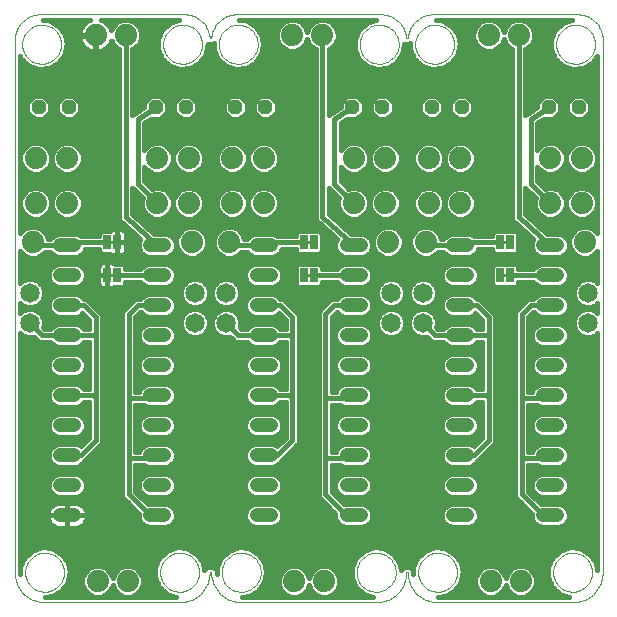
<source format=gbl>
G75*
G70*
%OFA0B0*%
%FSLAX24Y24*%
%IPPOS*%
%LPD*%
%AMOC8*
5,1,8,0,0,1.08239X$1,22.5*
%
%ADD10C,0.0010*%
%ADD11C,0.0000*%
%ADD12C,0.0480*%
%ADD13C,0.0650*%
%ADD14C,0.0740*%
%ADD15OC8,0.0480*%
%ADD16R,0.0250X0.0500*%
%ADD17C,0.0160*%
%ADD18C,0.0100*%
D10*
X000730Y001380D02*
X000732Y001430D01*
X000738Y001480D01*
X000748Y001530D01*
X000761Y001578D01*
X000778Y001626D01*
X000799Y001672D01*
X000823Y001716D01*
X000851Y001758D01*
X000882Y001798D01*
X000916Y001835D01*
X000953Y001870D01*
X000992Y001901D01*
X001033Y001930D01*
X001077Y001955D01*
X001123Y001977D01*
X001170Y001995D01*
X001218Y002009D01*
X001267Y002020D01*
X001317Y002027D01*
X001367Y002030D01*
X001418Y002029D01*
X001468Y002024D01*
X001518Y002015D01*
X001566Y002003D01*
X001614Y001986D01*
X001660Y001966D01*
X001705Y001943D01*
X001748Y001916D01*
X001788Y001886D01*
X001826Y001853D01*
X001861Y001817D01*
X001894Y001778D01*
X001923Y001737D01*
X001949Y001694D01*
X001972Y001649D01*
X001991Y001602D01*
X002006Y001554D01*
X002018Y001505D01*
X002026Y001455D01*
X002030Y001405D01*
X002030Y001355D01*
X002026Y001305D01*
X002018Y001255D01*
X002006Y001206D01*
X001991Y001158D01*
X001972Y001111D01*
X001949Y001066D01*
X001923Y001023D01*
X001894Y000982D01*
X001861Y000943D01*
X001826Y000907D01*
X001788Y000874D01*
X001748Y000844D01*
X001705Y000817D01*
X001660Y000794D01*
X001614Y000774D01*
X001566Y000757D01*
X001518Y000745D01*
X001468Y000736D01*
X001418Y000731D01*
X001367Y000730D01*
X001317Y000733D01*
X001267Y000740D01*
X001218Y000751D01*
X001170Y000765D01*
X001123Y000783D01*
X001077Y000805D01*
X001033Y000830D01*
X000992Y000859D01*
X000953Y000890D01*
X000916Y000925D01*
X000882Y000962D01*
X000851Y001002D01*
X000823Y001044D01*
X000799Y001088D01*
X000778Y001134D01*
X000761Y001182D01*
X000748Y001230D01*
X000738Y001280D01*
X000732Y001330D01*
X000730Y001380D01*
X005230Y001380D02*
X005232Y001430D01*
X005238Y001480D01*
X005248Y001530D01*
X005261Y001578D01*
X005278Y001626D01*
X005299Y001672D01*
X005323Y001716D01*
X005351Y001758D01*
X005382Y001798D01*
X005416Y001835D01*
X005453Y001870D01*
X005492Y001901D01*
X005533Y001930D01*
X005577Y001955D01*
X005623Y001977D01*
X005670Y001995D01*
X005718Y002009D01*
X005767Y002020D01*
X005817Y002027D01*
X005867Y002030D01*
X005918Y002029D01*
X005968Y002024D01*
X006018Y002015D01*
X006066Y002003D01*
X006114Y001986D01*
X006160Y001966D01*
X006205Y001943D01*
X006248Y001916D01*
X006288Y001886D01*
X006326Y001853D01*
X006361Y001817D01*
X006394Y001778D01*
X006423Y001737D01*
X006449Y001694D01*
X006472Y001649D01*
X006491Y001602D01*
X006506Y001554D01*
X006518Y001505D01*
X006526Y001455D01*
X006530Y001405D01*
X006530Y001355D01*
X006526Y001305D01*
X006518Y001255D01*
X006506Y001206D01*
X006491Y001158D01*
X006472Y001111D01*
X006449Y001066D01*
X006423Y001023D01*
X006394Y000982D01*
X006361Y000943D01*
X006326Y000907D01*
X006288Y000874D01*
X006248Y000844D01*
X006205Y000817D01*
X006160Y000794D01*
X006114Y000774D01*
X006066Y000757D01*
X006018Y000745D01*
X005968Y000736D01*
X005918Y000731D01*
X005867Y000730D01*
X005817Y000733D01*
X005767Y000740D01*
X005718Y000751D01*
X005670Y000765D01*
X005623Y000783D01*
X005577Y000805D01*
X005533Y000830D01*
X005492Y000859D01*
X005453Y000890D01*
X005416Y000925D01*
X005382Y000962D01*
X005351Y001002D01*
X005323Y001044D01*
X005299Y001088D01*
X005278Y001134D01*
X005261Y001182D01*
X005248Y001230D01*
X005238Y001280D01*
X005232Y001330D01*
X005230Y001380D01*
X007280Y001380D02*
X007282Y001430D01*
X007288Y001480D01*
X007298Y001530D01*
X007311Y001578D01*
X007328Y001626D01*
X007349Y001672D01*
X007373Y001716D01*
X007401Y001758D01*
X007432Y001798D01*
X007466Y001835D01*
X007503Y001870D01*
X007542Y001901D01*
X007583Y001930D01*
X007627Y001955D01*
X007673Y001977D01*
X007720Y001995D01*
X007768Y002009D01*
X007817Y002020D01*
X007867Y002027D01*
X007917Y002030D01*
X007968Y002029D01*
X008018Y002024D01*
X008068Y002015D01*
X008116Y002003D01*
X008164Y001986D01*
X008210Y001966D01*
X008255Y001943D01*
X008298Y001916D01*
X008338Y001886D01*
X008376Y001853D01*
X008411Y001817D01*
X008444Y001778D01*
X008473Y001737D01*
X008499Y001694D01*
X008522Y001649D01*
X008541Y001602D01*
X008556Y001554D01*
X008568Y001505D01*
X008576Y001455D01*
X008580Y001405D01*
X008580Y001355D01*
X008576Y001305D01*
X008568Y001255D01*
X008556Y001206D01*
X008541Y001158D01*
X008522Y001111D01*
X008499Y001066D01*
X008473Y001023D01*
X008444Y000982D01*
X008411Y000943D01*
X008376Y000907D01*
X008338Y000874D01*
X008298Y000844D01*
X008255Y000817D01*
X008210Y000794D01*
X008164Y000774D01*
X008116Y000757D01*
X008068Y000745D01*
X008018Y000736D01*
X007968Y000731D01*
X007917Y000730D01*
X007867Y000733D01*
X007817Y000740D01*
X007768Y000751D01*
X007720Y000765D01*
X007673Y000783D01*
X007627Y000805D01*
X007583Y000830D01*
X007542Y000859D01*
X007503Y000890D01*
X007466Y000925D01*
X007432Y000962D01*
X007401Y001002D01*
X007373Y001044D01*
X007349Y001088D01*
X007328Y001134D01*
X007311Y001182D01*
X007298Y001230D01*
X007288Y001280D01*
X007282Y001330D01*
X007280Y001380D01*
X011780Y001380D02*
X011782Y001430D01*
X011788Y001480D01*
X011798Y001530D01*
X011811Y001578D01*
X011828Y001626D01*
X011849Y001672D01*
X011873Y001716D01*
X011901Y001758D01*
X011932Y001798D01*
X011966Y001835D01*
X012003Y001870D01*
X012042Y001901D01*
X012083Y001930D01*
X012127Y001955D01*
X012173Y001977D01*
X012220Y001995D01*
X012268Y002009D01*
X012317Y002020D01*
X012367Y002027D01*
X012417Y002030D01*
X012468Y002029D01*
X012518Y002024D01*
X012568Y002015D01*
X012616Y002003D01*
X012664Y001986D01*
X012710Y001966D01*
X012755Y001943D01*
X012798Y001916D01*
X012838Y001886D01*
X012876Y001853D01*
X012911Y001817D01*
X012944Y001778D01*
X012973Y001737D01*
X012999Y001694D01*
X013022Y001649D01*
X013041Y001602D01*
X013056Y001554D01*
X013068Y001505D01*
X013076Y001455D01*
X013080Y001405D01*
X013080Y001355D01*
X013076Y001305D01*
X013068Y001255D01*
X013056Y001206D01*
X013041Y001158D01*
X013022Y001111D01*
X012999Y001066D01*
X012973Y001023D01*
X012944Y000982D01*
X012911Y000943D01*
X012876Y000907D01*
X012838Y000874D01*
X012798Y000844D01*
X012755Y000817D01*
X012710Y000794D01*
X012664Y000774D01*
X012616Y000757D01*
X012568Y000745D01*
X012518Y000736D01*
X012468Y000731D01*
X012417Y000730D01*
X012367Y000733D01*
X012317Y000740D01*
X012268Y000751D01*
X012220Y000765D01*
X012173Y000783D01*
X012127Y000805D01*
X012083Y000830D01*
X012042Y000859D01*
X012003Y000890D01*
X011966Y000925D01*
X011932Y000962D01*
X011901Y001002D01*
X011873Y001044D01*
X011849Y001088D01*
X011828Y001134D01*
X011811Y001182D01*
X011798Y001230D01*
X011788Y001280D01*
X011782Y001330D01*
X011780Y001380D01*
X013830Y001380D02*
X013832Y001430D01*
X013838Y001480D01*
X013848Y001530D01*
X013861Y001578D01*
X013878Y001626D01*
X013899Y001672D01*
X013923Y001716D01*
X013951Y001758D01*
X013982Y001798D01*
X014016Y001835D01*
X014053Y001870D01*
X014092Y001901D01*
X014133Y001930D01*
X014177Y001955D01*
X014223Y001977D01*
X014270Y001995D01*
X014318Y002009D01*
X014367Y002020D01*
X014417Y002027D01*
X014467Y002030D01*
X014518Y002029D01*
X014568Y002024D01*
X014618Y002015D01*
X014666Y002003D01*
X014714Y001986D01*
X014760Y001966D01*
X014805Y001943D01*
X014848Y001916D01*
X014888Y001886D01*
X014926Y001853D01*
X014961Y001817D01*
X014994Y001778D01*
X015023Y001737D01*
X015049Y001694D01*
X015072Y001649D01*
X015091Y001602D01*
X015106Y001554D01*
X015118Y001505D01*
X015126Y001455D01*
X015130Y001405D01*
X015130Y001355D01*
X015126Y001305D01*
X015118Y001255D01*
X015106Y001206D01*
X015091Y001158D01*
X015072Y001111D01*
X015049Y001066D01*
X015023Y001023D01*
X014994Y000982D01*
X014961Y000943D01*
X014926Y000907D01*
X014888Y000874D01*
X014848Y000844D01*
X014805Y000817D01*
X014760Y000794D01*
X014714Y000774D01*
X014666Y000757D01*
X014618Y000745D01*
X014568Y000736D01*
X014518Y000731D01*
X014467Y000730D01*
X014417Y000733D01*
X014367Y000740D01*
X014318Y000751D01*
X014270Y000765D01*
X014223Y000783D01*
X014177Y000805D01*
X014133Y000830D01*
X014092Y000859D01*
X014053Y000890D01*
X014016Y000925D01*
X013982Y000962D01*
X013951Y001002D01*
X013923Y001044D01*
X013899Y001088D01*
X013878Y001134D01*
X013861Y001182D01*
X013848Y001230D01*
X013838Y001280D01*
X013832Y001330D01*
X013830Y001380D01*
X018330Y001380D02*
X018332Y001430D01*
X018338Y001480D01*
X018348Y001530D01*
X018361Y001578D01*
X018378Y001626D01*
X018399Y001672D01*
X018423Y001716D01*
X018451Y001758D01*
X018482Y001798D01*
X018516Y001835D01*
X018553Y001870D01*
X018592Y001901D01*
X018633Y001930D01*
X018677Y001955D01*
X018723Y001977D01*
X018770Y001995D01*
X018818Y002009D01*
X018867Y002020D01*
X018917Y002027D01*
X018967Y002030D01*
X019018Y002029D01*
X019068Y002024D01*
X019118Y002015D01*
X019166Y002003D01*
X019214Y001986D01*
X019260Y001966D01*
X019305Y001943D01*
X019348Y001916D01*
X019388Y001886D01*
X019426Y001853D01*
X019461Y001817D01*
X019494Y001778D01*
X019523Y001737D01*
X019549Y001694D01*
X019572Y001649D01*
X019591Y001602D01*
X019606Y001554D01*
X019618Y001505D01*
X019626Y001455D01*
X019630Y001405D01*
X019630Y001355D01*
X019626Y001305D01*
X019618Y001255D01*
X019606Y001206D01*
X019591Y001158D01*
X019572Y001111D01*
X019549Y001066D01*
X019523Y001023D01*
X019494Y000982D01*
X019461Y000943D01*
X019426Y000907D01*
X019388Y000874D01*
X019348Y000844D01*
X019305Y000817D01*
X019260Y000794D01*
X019214Y000774D01*
X019166Y000757D01*
X019118Y000745D01*
X019068Y000736D01*
X019018Y000731D01*
X018967Y000730D01*
X018917Y000733D01*
X018867Y000740D01*
X018818Y000751D01*
X018770Y000765D01*
X018723Y000783D01*
X018677Y000805D01*
X018633Y000830D01*
X018592Y000859D01*
X018553Y000890D01*
X018516Y000925D01*
X018482Y000962D01*
X018451Y001002D01*
X018423Y001044D01*
X018399Y001088D01*
X018378Y001134D01*
X018361Y001182D01*
X018348Y001230D01*
X018338Y001280D01*
X018332Y001330D01*
X018330Y001380D01*
X018430Y018980D02*
X018432Y019030D01*
X018438Y019080D01*
X018448Y019130D01*
X018461Y019178D01*
X018478Y019226D01*
X018499Y019272D01*
X018523Y019316D01*
X018551Y019358D01*
X018582Y019398D01*
X018616Y019435D01*
X018653Y019470D01*
X018692Y019501D01*
X018733Y019530D01*
X018777Y019555D01*
X018823Y019577D01*
X018870Y019595D01*
X018918Y019609D01*
X018967Y019620D01*
X019017Y019627D01*
X019067Y019630D01*
X019118Y019629D01*
X019168Y019624D01*
X019218Y019615D01*
X019266Y019603D01*
X019314Y019586D01*
X019360Y019566D01*
X019405Y019543D01*
X019448Y019516D01*
X019488Y019486D01*
X019526Y019453D01*
X019561Y019417D01*
X019594Y019378D01*
X019623Y019337D01*
X019649Y019294D01*
X019672Y019249D01*
X019691Y019202D01*
X019706Y019154D01*
X019718Y019105D01*
X019726Y019055D01*
X019730Y019005D01*
X019730Y018955D01*
X019726Y018905D01*
X019718Y018855D01*
X019706Y018806D01*
X019691Y018758D01*
X019672Y018711D01*
X019649Y018666D01*
X019623Y018623D01*
X019594Y018582D01*
X019561Y018543D01*
X019526Y018507D01*
X019488Y018474D01*
X019448Y018444D01*
X019405Y018417D01*
X019360Y018394D01*
X019314Y018374D01*
X019266Y018357D01*
X019218Y018345D01*
X019168Y018336D01*
X019118Y018331D01*
X019067Y018330D01*
X019017Y018333D01*
X018967Y018340D01*
X018918Y018351D01*
X018870Y018365D01*
X018823Y018383D01*
X018777Y018405D01*
X018733Y018430D01*
X018692Y018459D01*
X018653Y018490D01*
X018616Y018525D01*
X018582Y018562D01*
X018551Y018602D01*
X018523Y018644D01*
X018499Y018688D01*
X018478Y018734D01*
X018461Y018782D01*
X018448Y018830D01*
X018438Y018880D01*
X018432Y018930D01*
X018430Y018980D01*
X013730Y018980D02*
X013732Y019030D01*
X013738Y019080D01*
X013748Y019130D01*
X013761Y019178D01*
X013778Y019226D01*
X013799Y019272D01*
X013823Y019316D01*
X013851Y019358D01*
X013882Y019398D01*
X013916Y019435D01*
X013953Y019470D01*
X013992Y019501D01*
X014033Y019530D01*
X014077Y019555D01*
X014123Y019577D01*
X014170Y019595D01*
X014218Y019609D01*
X014267Y019620D01*
X014317Y019627D01*
X014367Y019630D01*
X014418Y019629D01*
X014468Y019624D01*
X014518Y019615D01*
X014566Y019603D01*
X014614Y019586D01*
X014660Y019566D01*
X014705Y019543D01*
X014748Y019516D01*
X014788Y019486D01*
X014826Y019453D01*
X014861Y019417D01*
X014894Y019378D01*
X014923Y019337D01*
X014949Y019294D01*
X014972Y019249D01*
X014991Y019202D01*
X015006Y019154D01*
X015018Y019105D01*
X015026Y019055D01*
X015030Y019005D01*
X015030Y018955D01*
X015026Y018905D01*
X015018Y018855D01*
X015006Y018806D01*
X014991Y018758D01*
X014972Y018711D01*
X014949Y018666D01*
X014923Y018623D01*
X014894Y018582D01*
X014861Y018543D01*
X014826Y018507D01*
X014788Y018474D01*
X014748Y018444D01*
X014705Y018417D01*
X014660Y018394D01*
X014614Y018374D01*
X014566Y018357D01*
X014518Y018345D01*
X014468Y018336D01*
X014418Y018331D01*
X014367Y018330D01*
X014317Y018333D01*
X014267Y018340D01*
X014218Y018351D01*
X014170Y018365D01*
X014123Y018383D01*
X014077Y018405D01*
X014033Y018430D01*
X013992Y018459D01*
X013953Y018490D01*
X013916Y018525D01*
X013882Y018562D01*
X013851Y018602D01*
X013823Y018644D01*
X013799Y018688D01*
X013778Y018734D01*
X013761Y018782D01*
X013748Y018830D01*
X013738Y018880D01*
X013732Y018930D01*
X013730Y018980D01*
X011880Y018980D02*
X011882Y019030D01*
X011888Y019080D01*
X011898Y019130D01*
X011911Y019178D01*
X011928Y019226D01*
X011949Y019272D01*
X011973Y019316D01*
X012001Y019358D01*
X012032Y019398D01*
X012066Y019435D01*
X012103Y019470D01*
X012142Y019501D01*
X012183Y019530D01*
X012227Y019555D01*
X012273Y019577D01*
X012320Y019595D01*
X012368Y019609D01*
X012417Y019620D01*
X012467Y019627D01*
X012517Y019630D01*
X012568Y019629D01*
X012618Y019624D01*
X012668Y019615D01*
X012716Y019603D01*
X012764Y019586D01*
X012810Y019566D01*
X012855Y019543D01*
X012898Y019516D01*
X012938Y019486D01*
X012976Y019453D01*
X013011Y019417D01*
X013044Y019378D01*
X013073Y019337D01*
X013099Y019294D01*
X013122Y019249D01*
X013141Y019202D01*
X013156Y019154D01*
X013168Y019105D01*
X013176Y019055D01*
X013180Y019005D01*
X013180Y018955D01*
X013176Y018905D01*
X013168Y018855D01*
X013156Y018806D01*
X013141Y018758D01*
X013122Y018711D01*
X013099Y018666D01*
X013073Y018623D01*
X013044Y018582D01*
X013011Y018543D01*
X012976Y018507D01*
X012938Y018474D01*
X012898Y018444D01*
X012855Y018417D01*
X012810Y018394D01*
X012764Y018374D01*
X012716Y018357D01*
X012668Y018345D01*
X012618Y018336D01*
X012568Y018331D01*
X012517Y018330D01*
X012467Y018333D01*
X012417Y018340D01*
X012368Y018351D01*
X012320Y018365D01*
X012273Y018383D01*
X012227Y018405D01*
X012183Y018430D01*
X012142Y018459D01*
X012103Y018490D01*
X012066Y018525D01*
X012032Y018562D01*
X012001Y018602D01*
X011973Y018644D01*
X011949Y018688D01*
X011928Y018734D01*
X011911Y018782D01*
X011898Y018830D01*
X011888Y018880D01*
X011882Y018930D01*
X011880Y018980D01*
X007180Y018980D02*
X007182Y019030D01*
X007188Y019080D01*
X007198Y019130D01*
X007211Y019178D01*
X007228Y019226D01*
X007249Y019272D01*
X007273Y019316D01*
X007301Y019358D01*
X007332Y019398D01*
X007366Y019435D01*
X007403Y019470D01*
X007442Y019501D01*
X007483Y019530D01*
X007527Y019555D01*
X007573Y019577D01*
X007620Y019595D01*
X007668Y019609D01*
X007717Y019620D01*
X007767Y019627D01*
X007817Y019630D01*
X007868Y019629D01*
X007918Y019624D01*
X007968Y019615D01*
X008016Y019603D01*
X008064Y019586D01*
X008110Y019566D01*
X008155Y019543D01*
X008198Y019516D01*
X008238Y019486D01*
X008276Y019453D01*
X008311Y019417D01*
X008344Y019378D01*
X008373Y019337D01*
X008399Y019294D01*
X008422Y019249D01*
X008441Y019202D01*
X008456Y019154D01*
X008468Y019105D01*
X008476Y019055D01*
X008480Y019005D01*
X008480Y018955D01*
X008476Y018905D01*
X008468Y018855D01*
X008456Y018806D01*
X008441Y018758D01*
X008422Y018711D01*
X008399Y018666D01*
X008373Y018623D01*
X008344Y018582D01*
X008311Y018543D01*
X008276Y018507D01*
X008238Y018474D01*
X008198Y018444D01*
X008155Y018417D01*
X008110Y018394D01*
X008064Y018374D01*
X008016Y018357D01*
X007968Y018345D01*
X007918Y018336D01*
X007868Y018331D01*
X007817Y018330D01*
X007767Y018333D01*
X007717Y018340D01*
X007668Y018351D01*
X007620Y018365D01*
X007573Y018383D01*
X007527Y018405D01*
X007483Y018430D01*
X007442Y018459D01*
X007403Y018490D01*
X007366Y018525D01*
X007332Y018562D01*
X007301Y018602D01*
X007273Y018644D01*
X007249Y018688D01*
X007228Y018734D01*
X007211Y018782D01*
X007198Y018830D01*
X007188Y018880D01*
X007182Y018930D01*
X007180Y018980D01*
X005330Y018980D02*
X005332Y019030D01*
X005338Y019080D01*
X005348Y019130D01*
X005361Y019178D01*
X005378Y019226D01*
X005399Y019272D01*
X005423Y019316D01*
X005451Y019358D01*
X005482Y019398D01*
X005516Y019435D01*
X005553Y019470D01*
X005592Y019501D01*
X005633Y019530D01*
X005677Y019555D01*
X005723Y019577D01*
X005770Y019595D01*
X005818Y019609D01*
X005867Y019620D01*
X005917Y019627D01*
X005967Y019630D01*
X006018Y019629D01*
X006068Y019624D01*
X006118Y019615D01*
X006166Y019603D01*
X006214Y019586D01*
X006260Y019566D01*
X006305Y019543D01*
X006348Y019516D01*
X006388Y019486D01*
X006426Y019453D01*
X006461Y019417D01*
X006494Y019378D01*
X006523Y019337D01*
X006549Y019294D01*
X006572Y019249D01*
X006591Y019202D01*
X006606Y019154D01*
X006618Y019105D01*
X006626Y019055D01*
X006630Y019005D01*
X006630Y018955D01*
X006626Y018905D01*
X006618Y018855D01*
X006606Y018806D01*
X006591Y018758D01*
X006572Y018711D01*
X006549Y018666D01*
X006523Y018623D01*
X006494Y018582D01*
X006461Y018543D01*
X006426Y018507D01*
X006388Y018474D01*
X006348Y018444D01*
X006305Y018417D01*
X006260Y018394D01*
X006214Y018374D01*
X006166Y018357D01*
X006118Y018345D01*
X006068Y018336D01*
X006018Y018331D01*
X005967Y018330D01*
X005917Y018333D01*
X005867Y018340D01*
X005818Y018351D01*
X005770Y018365D01*
X005723Y018383D01*
X005677Y018405D01*
X005633Y018430D01*
X005592Y018459D01*
X005553Y018490D01*
X005516Y018525D01*
X005482Y018562D01*
X005451Y018602D01*
X005423Y018644D01*
X005399Y018688D01*
X005378Y018734D01*
X005361Y018782D01*
X005348Y018830D01*
X005338Y018880D01*
X005332Y018930D01*
X005330Y018980D01*
X000630Y018980D02*
X000632Y019030D01*
X000638Y019080D01*
X000648Y019130D01*
X000661Y019178D01*
X000678Y019226D01*
X000699Y019272D01*
X000723Y019316D01*
X000751Y019358D01*
X000782Y019398D01*
X000816Y019435D01*
X000853Y019470D01*
X000892Y019501D01*
X000933Y019530D01*
X000977Y019555D01*
X001023Y019577D01*
X001070Y019595D01*
X001118Y019609D01*
X001167Y019620D01*
X001217Y019627D01*
X001267Y019630D01*
X001318Y019629D01*
X001368Y019624D01*
X001418Y019615D01*
X001466Y019603D01*
X001514Y019586D01*
X001560Y019566D01*
X001605Y019543D01*
X001648Y019516D01*
X001688Y019486D01*
X001726Y019453D01*
X001761Y019417D01*
X001794Y019378D01*
X001823Y019337D01*
X001849Y019294D01*
X001872Y019249D01*
X001891Y019202D01*
X001906Y019154D01*
X001918Y019105D01*
X001926Y019055D01*
X001930Y019005D01*
X001930Y018955D01*
X001926Y018905D01*
X001918Y018855D01*
X001906Y018806D01*
X001891Y018758D01*
X001872Y018711D01*
X001849Y018666D01*
X001823Y018623D01*
X001794Y018582D01*
X001761Y018543D01*
X001726Y018507D01*
X001688Y018474D01*
X001648Y018444D01*
X001605Y018417D01*
X001560Y018394D01*
X001514Y018374D01*
X001466Y018357D01*
X001418Y018345D01*
X001368Y018336D01*
X001318Y018331D01*
X001267Y018330D01*
X001217Y018333D01*
X001167Y018340D01*
X001118Y018351D01*
X001070Y018365D01*
X001023Y018383D01*
X000977Y018405D01*
X000933Y018430D01*
X000892Y018459D01*
X000853Y018490D01*
X000816Y018525D01*
X000782Y018562D01*
X000751Y018602D01*
X000723Y018644D01*
X000699Y018688D01*
X000678Y018734D01*
X000661Y018782D01*
X000648Y018830D01*
X000638Y018880D01*
X000632Y018930D01*
X000630Y018980D01*
D11*
X000380Y019180D02*
X000380Y001380D01*
X000382Y001320D01*
X000387Y001259D01*
X000396Y001200D01*
X000409Y001141D01*
X000425Y001082D01*
X000445Y001025D01*
X000468Y000970D01*
X000495Y000915D01*
X000524Y000863D01*
X000557Y000812D01*
X000593Y000763D01*
X000631Y000717D01*
X000673Y000673D01*
X000717Y000631D01*
X000763Y000593D01*
X000812Y000557D01*
X000863Y000524D01*
X000915Y000495D01*
X000970Y000468D01*
X001025Y000445D01*
X001082Y000425D01*
X001141Y000409D01*
X001200Y000396D01*
X001259Y000387D01*
X001320Y000382D01*
X001380Y000380D01*
X005880Y000380D01*
X005940Y000382D01*
X006001Y000387D01*
X006060Y000396D01*
X006119Y000409D01*
X006178Y000425D01*
X006235Y000445D01*
X006290Y000468D01*
X006345Y000495D01*
X006397Y000524D01*
X006448Y000557D01*
X006497Y000593D01*
X006543Y000631D01*
X006587Y000673D01*
X006629Y000717D01*
X006667Y000763D01*
X006703Y000812D01*
X006736Y000863D01*
X006765Y000915D01*
X006792Y000970D01*
X006815Y001025D01*
X006835Y001082D01*
X006851Y001141D01*
X006864Y001200D01*
X006873Y001259D01*
X006878Y001320D01*
X006880Y001380D01*
X006930Y001380D01*
X006932Y001320D01*
X006937Y001259D01*
X006946Y001200D01*
X006959Y001141D01*
X006975Y001082D01*
X006995Y001025D01*
X007018Y000970D01*
X007045Y000915D01*
X007074Y000863D01*
X007107Y000812D01*
X007143Y000763D01*
X007181Y000717D01*
X007223Y000673D01*
X007267Y000631D01*
X007313Y000593D01*
X007362Y000557D01*
X007413Y000524D01*
X007465Y000495D01*
X007520Y000468D01*
X007575Y000445D01*
X007632Y000425D01*
X007691Y000409D01*
X007750Y000396D01*
X007809Y000387D01*
X007870Y000382D01*
X007930Y000380D01*
X012430Y000380D01*
X012490Y000382D01*
X012551Y000387D01*
X012610Y000396D01*
X012669Y000409D01*
X012728Y000425D01*
X012785Y000445D01*
X012840Y000468D01*
X012895Y000495D01*
X012947Y000524D01*
X012998Y000557D01*
X013047Y000593D01*
X013093Y000631D01*
X013137Y000673D01*
X013179Y000717D01*
X013217Y000763D01*
X013253Y000812D01*
X013286Y000863D01*
X013315Y000915D01*
X013342Y000970D01*
X013365Y001025D01*
X013385Y001082D01*
X013401Y001141D01*
X013414Y001200D01*
X013423Y001259D01*
X013428Y001320D01*
X013430Y001380D01*
X013480Y001380D01*
X013482Y001320D01*
X013487Y001259D01*
X013496Y001200D01*
X013509Y001141D01*
X013525Y001082D01*
X013545Y001025D01*
X013568Y000970D01*
X013595Y000915D01*
X013624Y000863D01*
X013657Y000812D01*
X013693Y000763D01*
X013731Y000717D01*
X013773Y000673D01*
X013817Y000631D01*
X013863Y000593D01*
X013912Y000557D01*
X013963Y000524D01*
X014015Y000495D01*
X014070Y000468D01*
X014125Y000445D01*
X014182Y000425D01*
X014241Y000409D01*
X014300Y000396D01*
X014359Y000387D01*
X014420Y000382D01*
X014480Y000380D01*
X018980Y000380D01*
X019040Y000382D01*
X019101Y000387D01*
X019160Y000396D01*
X019219Y000409D01*
X019278Y000425D01*
X019335Y000445D01*
X019390Y000468D01*
X019445Y000495D01*
X019497Y000524D01*
X019548Y000557D01*
X019597Y000593D01*
X019643Y000631D01*
X019687Y000673D01*
X019729Y000717D01*
X019767Y000763D01*
X019803Y000812D01*
X019836Y000863D01*
X019865Y000915D01*
X019892Y000970D01*
X019915Y001025D01*
X019935Y001082D01*
X019951Y001141D01*
X019964Y001200D01*
X019973Y001259D01*
X019978Y001320D01*
X019980Y001380D01*
X019980Y019180D01*
X019974Y019235D01*
X019966Y019290D01*
X019953Y019345D01*
X019938Y019398D01*
X019918Y019450D01*
X019896Y019501D01*
X019870Y019551D01*
X019841Y019598D01*
X019809Y019644D01*
X019774Y019687D01*
X019736Y019728D01*
X019695Y019766D01*
X019653Y019802D01*
X019608Y019834D01*
X019560Y019864D01*
X019511Y019891D01*
X019461Y019914D01*
X019409Y019934D01*
X019356Y019951D01*
X019302Y019964D01*
X019247Y019973D01*
X019191Y019979D01*
X019136Y019981D01*
X019080Y019980D01*
X014380Y019980D01*
X013480Y019180D02*
X013430Y019180D01*
X013424Y019235D01*
X013416Y019290D01*
X013403Y019345D01*
X013388Y019398D01*
X013368Y019450D01*
X013346Y019501D01*
X013320Y019551D01*
X013291Y019598D01*
X013259Y019644D01*
X013224Y019687D01*
X013186Y019728D01*
X013145Y019766D01*
X013103Y019802D01*
X013058Y019834D01*
X013010Y019864D01*
X012961Y019891D01*
X012911Y019914D01*
X012859Y019934D01*
X012806Y019951D01*
X012752Y019964D01*
X012697Y019973D01*
X012641Y019979D01*
X012586Y019981D01*
X012530Y019980D01*
X007830Y019980D01*
X006930Y019180D02*
X006880Y019180D01*
X006874Y019235D01*
X006866Y019290D01*
X006853Y019345D01*
X006838Y019398D01*
X006818Y019450D01*
X006796Y019501D01*
X006770Y019551D01*
X006741Y019598D01*
X006709Y019644D01*
X006674Y019687D01*
X006636Y019728D01*
X006595Y019766D01*
X006553Y019802D01*
X006508Y019834D01*
X006460Y019864D01*
X006411Y019891D01*
X006361Y019914D01*
X006309Y019934D01*
X006256Y019951D01*
X006202Y019964D01*
X006147Y019973D01*
X006091Y019979D01*
X006036Y019981D01*
X005980Y019980D01*
X001280Y019980D01*
X001224Y019981D01*
X001169Y019979D01*
X001113Y019973D01*
X001058Y019964D01*
X001004Y019951D01*
X000951Y019934D01*
X000899Y019914D01*
X000849Y019891D01*
X000800Y019864D01*
X000752Y019834D01*
X000707Y019802D01*
X000665Y019766D01*
X000624Y019728D01*
X000586Y019687D01*
X000551Y019644D01*
X000519Y019598D01*
X000490Y019551D01*
X000464Y019501D01*
X000442Y019450D01*
X000422Y019398D01*
X000407Y019345D01*
X000394Y019290D01*
X000386Y019235D01*
X000380Y019180D01*
X006930Y019180D02*
X006936Y019235D01*
X006944Y019290D01*
X006957Y019345D01*
X006972Y019398D01*
X006992Y019450D01*
X007014Y019501D01*
X007040Y019551D01*
X007069Y019598D01*
X007101Y019644D01*
X007136Y019687D01*
X007174Y019728D01*
X007215Y019766D01*
X007257Y019802D01*
X007302Y019834D01*
X007350Y019864D01*
X007399Y019891D01*
X007449Y019914D01*
X007501Y019934D01*
X007554Y019951D01*
X007608Y019964D01*
X007663Y019973D01*
X007719Y019979D01*
X007774Y019981D01*
X007830Y019980D01*
X013480Y019180D02*
X013486Y019235D01*
X013494Y019290D01*
X013507Y019345D01*
X013522Y019398D01*
X013542Y019450D01*
X013564Y019501D01*
X013590Y019551D01*
X013619Y019598D01*
X013651Y019644D01*
X013686Y019687D01*
X013724Y019728D01*
X013765Y019766D01*
X013807Y019802D01*
X013852Y019834D01*
X013900Y019864D01*
X013949Y019891D01*
X013999Y019914D01*
X014051Y019934D01*
X014104Y019951D01*
X014158Y019964D01*
X014213Y019973D01*
X014269Y019979D01*
X014324Y019981D01*
X014380Y019980D01*
D12*
X014990Y012280D02*
X015470Y012280D01*
X015470Y011280D02*
X014990Y011280D01*
X014990Y010280D02*
X015470Y010280D01*
X015470Y009280D02*
X014990Y009280D01*
X014990Y008280D02*
X015470Y008280D01*
X015470Y007280D02*
X014990Y007280D01*
X014990Y006280D02*
X015470Y006280D01*
X015470Y005280D02*
X014990Y005280D01*
X014990Y004280D02*
X015470Y004280D01*
X015470Y003280D02*
X014990Y003280D01*
X017990Y003280D02*
X018470Y003280D01*
X018470Y004280D02*
X017990Y004280D01*
X017990Y005280D02*
X018470Y005280D01*
X018470Y006280D02*
X017990Y006280D01*
X017990Y007280D02*
X018470Y007280D01*
X018470Y008280D02*
X017990Y008280D01*
X017990Y009280D02*
X018470Y009280D01*
X018470Y010280D02*
X017990Y010280D01*
X017990Y011280D02*
X018470Y011280D01*
X018470Y012280D02*
X017990Y012280D01*
X011920Y012280D02*
X011440Y012280D01*
X011440Y011280D02*
X011920Y011280D01*
X011920Y010280D02*
X011440Y010280D01*
X011440Y009280D02*
X011920Y009280D01*
X011920Y008280D02*
X011440Y008280D01*
X011440Y007280D02*
X011920Y007280D01*
X011920Y006280D02*
X011440Y006280D01*
X011440Y005280D02*
X011920Y005280D01*
X011920Y004280D02*
X011440Y004280D01*
X011440Y003280D02*
X011920Y003280D01*
X008920Y003280D02*
X008440Y003280D01*
X008440Y004280D02*
X008920Y004280D01*
X008920Y005280D02*
X008440Y005280D01*
X008440Y006280D02*
X008920Y006280D01*
X008920Y007280D02*
X008440Y007280D01*
X008440Y008280D02*
X008920Y008280D01*
X008920Y009280D02*
X008440Y009280D01*
X008440Y010280D02*
X008920Y010280D01*
X008920Y011280D02*
X008440Y011280D01*
X008440Y012280D02*
X008920Y012280D01*
X005370Y012280D02*
X004890Y012280D01*
X004890Y011280D02*
X005370Y011280D01*
X005370Y010280D02*
X004890Y010280D01*
X004890Y009280D02*
X005370Y009280D01*
X005370Y008280D02*
X004890Y008280D01*
X004890Y007280D02*
X005370Y007280D01*
X005370Y006280D02*
X004890Y006280D01*
X004890Y005280D02*
X005370Y005280D01*
X005370Y004280D02*
X004890Y004280D01*
X004890Y003280D02*
X005370Y003280D01*
X002370Y003280D02*
X001890Y003280D01*
X001890Y004280D02*
X002370Y004280D01*
X002370Y005280D02*
X001890Y005280D01*
X001890Y006280D02*
X002370Y006280D01*
X002370Y007280D02*
X001890Y007280D01*
X001890Y008280D02*
X002370Y008280D01*
X002370Y009280D02*
X001890Y009280D01*
X001890Y010280D02*
X002370Y010280D01*
X002370Y011280D02*
X001890Y011280D01*
X001890Y012280D02*
X002370Y012280D01*
D13*
X000880Y010680D03*
X000880Y009680D03*
X006380Y009680D03*
X006380Y010680D03*
X007430Y010680D03*
X007430Y009680D03*
X012930Y009680D03*
X012930Y010680D03*
X013980Y010680D03*
X013980Y009680D03*
X019480Y009680D03*
X019480Y010680D03*
D14*
X019380Y012380D03*
X019280Y013680D03*
X018230Y013680D03*
X018230Y015180D03*
X019280Y015180D03*
X015230Y015180D03*
X014180Y015180D03*
X012730Y015180D03*
X011680Y015180D03*
X011680Y013680D03*
X012730Y013680D03*
X012830Y012380D03*
X014080Y012380D03*
X014180Y013680D03*
X015230Y013680D03*
X016180Y019280D03*
X017180Y019280D03*
X010630Y019280D03*
X009630Y019280D03*
X008680Y015180D03*
X007630Y015180D03*
X006180Y015180D03*
X005130Y015180D03*
X005130Y013680D03*
X006180Y013680D03*
X006280Y012380D03*
X007530Y012380D03*
X007630Y013680D03*
X008680Y013680D03*
X004080Y019280D03*
X003080Y019280D03*
X002130Y015180D03*
X001080Y015180D03*
X001080Y013680D03*
X002130Y013680D03*
X000980Y012380D03*
X003140Y001080D03*
X004140Y001080D03*
X009690Y001080D03*
X010690Y001080D03*
X016240Y001080D03*
X017240Y001080D03*
D15*
X018180Y016880D03*
X019180Y016880D03*
X015280Y016880D03*
X014280Y016880D03*
X012630Y016880D03*
X011630Y016880D03*
X008730Y016880D03*
X007730Y016880D03*
X006080Y016880D03*
X005080Y016880D03*
X002180Y016880D03*
X001180Y016880D03*
D16*
X003468Y012380D03*
X003792Y012380D03*
X003792Y011280D03*
X003468Y011280D03*
X010018Y011280D03*
X010342Y011280D03*
X010342Y012380D03*
X010018Y012380D03*
X016568Y012380D03*
X016892Y012380D03*
X016892Y011280D03*
X016568Y011280D03*
D17*
X016303Y011317D02*
X015850Y011317D01*
X015850Y011356D02*
X015792Y011495D01*
X015685Y011602D01*
X015546Y011660D01*
X014914Y011660D01*
X014775Y011602D01*
X014668Y011495D01*
X014610Y011356D01*
X014610Y011204D01*
X014668Y011065D01*
X014775Y010958D01*
X014914Y010900D01*
X015546Y010900D01*
X015685Y010958D01*
X015792Y011065D01*
X015850Y011204D01*
X015850Y011356D01*
X015801Y011475D02*
X016303Y011475D01*
X016303Y011588D02*
X016303Y010972D01*
X016385Y010890D01*
X017075Y010890D01*
X017157Y010972D01*
X017157Y011060D01*
X017673Y011060D01*
X017775Y010958D01*
X017914Y010900D01*
X018546Y010900D01*
X018685Y010958D01*
X018792Y011065D01*
X018850Y011204D01*
X018850Y011356D01*
X018792Y011495D01*
X018685Y011602D01*
X018546Y011660D01*
X017914Y011660D01*
X017775Y011602D01*
X017673Y011500D01*
X017157Y011500D01*
X017157Y011588D01*
X017075Y011670D01*
X016385Y011670D01*
X016303Y011588D01*
X016348Y011634D02*
X015610Y011634D01*
X015546Y011900D02*
X015685Y011958D01*
X015792Y012065D01*
X015832Y012160D01*
X016303Y012160D01*
X016303Y012072D01*
X016385Y011990D01*
X017075Y011990D01*
X017157Y012072D01*
X017157Y012688D01*
X017075Y012770D01*
X016385Y012770D01*
X016303Y012688D01*
X016303Y012600D01*
X015687Y012600D01*
X015685Y012602D01*
X015546Y012660D01*
X014914Y012660D01*
X014775Y012602D01*
X014673Y012500D01*
X014582Y012500D01*
X014512Y012669D01*
X014369Y012812D01*
X014181Y012890D01*
X013979Y012890D01*
X013791Y012812D01*
X013648Y012669D01*
X013570Y012481D01*
X013570Y012279D01*
X013648Y012091D01*
X013791Y011948D01*
X013979Y011870D01*
X014181Y011870D01*
X014369Y011948D01*
X014481Y012060D01*
X014673Y012060D01*
X014775Y011958D01*
X014914Y011900D01*
X015546Y011900D01*
X015668Y011951D02*
X017792Y011951D01*
X017775Y011958D02*
X017914Y011900D01*
X018546Y011900D01*
X018685Y011958D01*
X018792Y012065D01*
X018850Y012204D01*
X018850Y012356D01*
X018792Y012495D01*
X018685Y012602D01*
X018546Y012660D01*
X018138Y012660D01*
X017400Y013328D01*
X017400Y014199D01*
X017749Y013850D01*
X017720Y013781D01*
X017720Y013579D01*
X017798Y013391D01*
X017941Y013248D01*
X018129Y013170D01*
X018331Y013170D01*
X018519Y013248D01*
X018662Y013391D01*
X018740Y013579D01*
X018740Y013781D01*
X018662Y013969D01*
X018519Y014112D01*
X018331Y014190D01*
X018129Y014190D01*
X018060Y014161D01*
X017800Y014421D01*
X017800Y014889D01*
X017941Y014748D01*
X018129Y014670D01*
X018331Y014670D01*
X018519Y014748D01*
X018662Y014891D01*
X018740Y015079D01*
X018740Y015281D01*
X018662Y015469D01*
X018519Y015612D01*
X018331Y015690D01*
X018129Y015690D01*
X017941Y015612D01*
X017800Y015471D01*
X017800Y016362D01*
X018016Y016506D01*
X018023Y016500D01*
X018337Y016500D01*
X018560Y016723D01*
X018560Y017037D01*
X018337Y017260D01*
X018023Y017260D01*
X017800Y017037D01*
X017800Y016891D01*
X017513Y016700D01*
X017489Y016700D01*
X017440Y016651D01*
X017400Y016624D01*
X017400Y018819D01*
X017469Y018848D01*
X017612Y018991D01*
X017690Y019179D01*
X017690Y019381D01*
X017612Y019569D01*
X017469Y019712D01*
X017281Y019790D01*
X017079Y019790D01*
X016891Y019712D01*
X016748Y019569D01*
X016680Y019406D01*
X016612Y019569D01*
X016469Y019712D01*
X016281Y019790D01*
X016079Y019790D01*
X015891Y019712D01*
X015748Y019569D01*
X015670Y019381D01*
X015670Y019179D01*
X015748Y018991D01*
X015891Y018848D01*
X016079Y018770D01*
X016281Y018770D01*
X016469Y018848D01*
X016612Y018991D01*
X016680Y019154D01*
X016748Y018991D01*
X016891Y018848D01*
X016960Y018819D01*
X016960Y013315D01*
X016956Y013310D01*
X016960Y013225D01*
X016960Y013139D01*
X016965Y013134D01*
X016965Y013128D01*
X017028Y013071D01*
X017089Y013010D01*
X017095Y013010D01*
X017667Y012493D01*
X017610Y012356D01*
X017610Y012204D01*
X017668Y012065D01*
X017775Y011958D01*
X017650Y012109D02*
X017157Y012109D01*
X017157Y012268D02*
X017610Y012268D01*
X017639Y012426D02*
X017157Y012426D01*
X017157Y012585D02*
X017566Y012585D01*
X017390Y012743D02*
X017102Y012743D01*
X017215Y012902D02*
X011321Y012902D01*
X011146Y013060D02*
X017039Y013060D01*
X016960Y013219D02*
X015449Y013219D01*
X015519Y013248D02*
X015331Y013170D01*
X015129Y013170D01*
X014941Y013248D01*
X014798Y013391D01*
X014720Y013579D01*
X014720Y013781D01*
X014798Y013969D01*
X014941Y014112D01*
X015129Y014190D01*
X015331Y014190D01*
X015519Y014112D01*
X015662Y013969D01*
X015740Y013781D01*
X015740Y013579D01*
X015662Y013391D01*
X015519Y013248D01*
X015648Y013377D02*
X016960Y013377D01*
X016960Y013536D02*
X015722Y013536D01*
X015740Y013694D02*
X016960Y013694D01*
X016960Y013853D02*
X015711Y013853D01*
X015620Y014011D02*
X016960Y014011D01*
X016960Y014170D02*
X015381Y014170D01*
X015079Y014170D02*
X014331Y014170D01*
X014281Y014190D02*
X014079Y014190D01*
X013891Y014112D01*
X013748Y013969D01*
X013670Y013781D01*
X013670Y013579D01*
X013748Y013391D01*
X013891Y013248D01*
X014079Y013170D01*
X014281Y013170D01*
X014469Y013248D01*
X014612Y013391D01*
X014690Y013579D01*
X014690Y013781D01*
X014612Y013969D01*
X014469Y014112D01*
X014281Y014190D01*
X014570Y014011D02*
X014840Y014011D01*
X014749Y013853D02*
X014661Y013853D01*
X014690Y013694D02*
X014720Y013694D01*
X014738Y013536D02*
X014672Y013536D01*
X014598Y013377D02*
X014812Y013377D01*
X015011Y013219D02*
X014399Y013219D01*
X013961Y013219D02*
X012949Y013219D01*
X013019Y013248D02*
X012831Y013170D01*
X012629Y013170D01*
X012441Y013248D01*
X012298Y013391D01*
X012220Y013579D01*
X012220Y013781D01*
X012298Y013969D01*
X012441Y014112D01*
X012629Y014190D01*
X012831Y014190D01*
X013019Y014112D01*
X013162Y013969D01*
X013240Y013781D01*
X013240Y013579D01*
X013162Y013391D01*
X013019Y013248D01*
X013148Y013377D02*
X013762Y013377D01*
X013688Y013536D02*
X013222Y013536D01*
X013240Y013694D02*
X013670Y013694D01*
X013699Y013853D02*
X013211Y013853D01*
X013120Y014011D02*
X013790Y014011D01*
X014029Y014170D02*
X012881Y014170D01*
X012579Y014170D02*
X011831Y014170D01*
X011781Y014190D02*
X011969Y014112D01*
X012112Y013969D01*
X012190Y013781D01*
X012190Y013579D01*
X012112Y013391D01*
X011969Y013248D01*
X011781Y013170D01*
X011579Y013170D01*
X011391Y013248D01*
X011248Y013391D01*
X011170Y013579D01*
X011170Y013781D01*
X011199Y013850D01*
X010850Y014199D01*
X010850Y013328D01*
X011588Y012660D01*
X011996Y012660D01*
X012135Y012602D01*
X012242Y012495D01*
X012300Y012356D01*
X012300Y012204D01*
X012242Y012065D01*
X012135Y011958D01*
X011996Y011900D01*
X011364Y011900D01*
X011225Y011958D01*
X011118Y012065D01*
X011060Y012204D01*
X011060Y012356D01*
X011117Y012493D01*
X010545Y013010D01*
X010539Y013010D01*
X010478Y013071D01*
X010415Y013128D01*
X010415Y013134D01*
X010410Y013139D01*
X010410Y013225D01*
X010406Y013310D01*
X010410Y013315D01*
X010410Y018819D01*
X010341Y018848D01*
X010198Y018991D01*
X010130Y019154D01*
X010062Y018991D01*
X009919Y018848D01*
X009731Y018770D01*
X009529Y018770D01*
X009341Y018848D01*
X009198Y018991D01*
X009120Y019179D01*
X009120Y019381D01*
X009198Y019569D01*
X009341Y019712D01*
X009529Y019790D01*
X009731Y019790D01*
X009919Y019712D01*
X010062Y019569D01*
X010130Y019406D01*
X010198Y019569D01*
X010341Y019712D01*
X010529Y019790D01*
X010731Y019790D01*
X010919Y019712D01*
X011062Y019569D01*
X011140Y019381D01*
X011140Y019179D01*
X011062Y018991D01*
X010919Y018848D01*
X010850Y018819D01*
X010850Y016624D01*
X010890Y016651D01*
X010939Y016700D01*
X010963Y016700D01*
X011250Y016891D01*
X011250Y017037D01*
X011473Y017260D01*
X011787Y017260D01*
X012010Y017037D01*
X012010Y016723D01*
X011787Y016500D01*
X011473Y016500D01*
X011466Y016506D01*
X011250Y016362D01*
X011250Y015471D01*
X011391Y015612D01*
X011579Y015690D01*
X011781Y015690D01*
X011969Y015612D01*
X012112Y015469D01*
X012190Y015281D01*
X012190Y015079D01*
X012112Y014891D01*
X011969Y014748D01*
X011781Y014670D01*
X011579Y014670D01*
X011391Y014748D01*
X011250Y014889D01*
X011250Y014421D01*
X011510Y014161D01*
X011579Y014190D01*
X011781Y014190D01*
X011529Y014170D02*
X011502Y014170D01*
X011343Y014328D02*
X016960Y014328D01*
X016960Y014487D02*
X011250Y014487D01*
X011250Y014645D02*
X016960Y014645D01*
X016960Y014804D02*
X015575Y014804D01*
X015519Y014748D02*
X015662Y014891D01*
X015740Y015079D01*
X015740Y015281D01*
X015662Y015469D01*
X015519Y015612D01*
X015331Y015690D01*
X015129Y015690D01*
X014941Y015612D01*
X014798Y015469D01*
X014720Y015281D01*
X014720Y015079D01*
X014798Y014891D01*
X014941Y014748D01*
X015129Y014670D01*
X015331Y014670D01*
X015519Y014748D01*
X015692Y014962D02*
X016960Y014962D01*
X016960Y015121D02*
X015740Y015121D01*
X015740Y015279D02*
X016960Y015279D01*
X016960Y015438D02*
X015675Y015438D01*
X015535Y015596D02*
X016960Y015596D01*
X016960Y015755D02*
X011250Y015755D01*
X011250Y015913D02*
X016960Y015913D01*
X016960Y016072D02*
X011250Y016072D01*
X011250Y016230D02*
X016960Y016230D01*
X016960Y016389D02*
X011289Y016389D01*
X011030Y016480D02*
X011030Y014330D01*
X011680Y013680D01*
X012190Y013694D02*
X012220Y013694D01*
X012238Y013536D02*
X012172Y013536D01*
X012098Y013377D02*
X012312Y013377D01*
X012511Y013219D02*
X011899Y013219D01*
X011461Y013219D02*
X010971Y013219D01*
X010850Y013377D02*
X011262Y013377D01*
X011188Y013536D02*
X010850Y013536D01*
X010850Y013694D02*
X011170Y013694D01*
X011196Y013853D02*
X010850Y013853D01*
X010850Y014011D02*
X011038Y014011D01*
X010879Y014170D02*
X010850Y014170D01*
X010410Y014170D02*
X008831Y014170D01*
X008781Y014190D02*
X008579Y014190D01*
X008391Y014112D01*
X008248Y013969D01*
X008170Y013781D01*
X008170Y013579D01*
X008248Y013391D01*
X008391Y013248D01*
X008579Y013170D01*
X008781Y013170D01*
X008969Y013248D01*
X009112Y013391D01*
X009190Y013579D01*
X009190Y013781D01*
X009112Y013969D01*
X008969Y014112D01*
X008781Y014190D01*
X009070Y014011D02*
X010410Y014011D01*
X010410Y013853D02*
X009161Y013853D01*
X009190Y013694D02*
X010410Y013694D01*
X010410Y013536D02*
X009172Y013536D01*
X009098Y013377D02*
X010410Y013377D01*
X010410Y013219D02*
X008899Y013219D01*
X008461Y013219D02*
X007849Y013219D01*
X007919Y013248D02*
X008062Y013391D01*
X008140Y013579D01*
X008140Y013781D01*
X008062Y013969D01*
X007919Y014112D01*
X007731Y014190D01*
X007529Y014190D01*
X007341Y014112D01*
X007198Y013969D01*
X007120Y013781D01*
X007120Y013579D01*
X007198Y013391D01*
X007341Y013248D01*
X007529Y013170D01*
X007731Y013170D01*
X007919Y013248D01*
X008048Y013377D02*
X008262Y013377D01*
X008188Y013536D02*
X008122Y013536D01*
X008140Y013694D02*
X008170Y013694D01*
X008199Y013853D02*
X008111Y013853D01*
X008020Y014011D02*
X008290Y014011D01*
X008529Y014170D02*
X007781Y014170D01*
X007479Y014170D02*
X006331Y014170D01*
X006281Y014190D02*
X006469Y014112D01*
X006612Y013969D01*
X006690Y013781D01*
X006690Y013579D01*
X006612Y013391D01*
X006469Y013248D01*
X006281Y013170D01*
X006079Y013170D01*
X005891Y013248D01*
X005748Y013391D01*
X005670Y013579D01*
X005670Y013781D01*
X005748Y013969D01*
X005891Y014112D01*
X006079Y014190D01*
X006281Y014190D01*
X006029Y014170D02*
X005281Y014170D01*
X005231Y014190D02*
X005029Y014190D01*
X004960Y014161D01*
X004700Y014421D01*
X004700Y014889D01*
X004841Y014748D01*
X005029Y014670D01*
X005231Y014670D01*
X005419Y014748D01*
X005562Y014891D01*
X005640Y015079D01*
X005640Y015281D01*
X005562Y015469D01*
X005419Y015612D01*
X005231Y015690D01*
X005029Y015690D01*
X004841Y015612D01*
X004700Y015471D01*
X004700Y016362D01*
X004916Y016506D01*
X004923Y016500D01*
X005237Y016500D01*
X005460Y016723D01*
X005460Y017037D01*
X005237Y017260D01*
X004923Y017260D01*
X004700Y017037D01*
X004700Y016891D01*
X004413Y016700D01*
X004389Y016700D01*
X004340Y016651D01*
X004300Y016624D01*
X004300Y018819D01*
X004369Y018848D01*
X004512Y018991D01*
X004590Y019179D01*
X004590Y019381D01*
X004512Y019569D01*
X004369Y019712D01*
X004181Y019790D01*
X003979Y019790D01*
X003791Y019712D01*
X003648Y019569D01*
X003601Y019456D01*
X003590Y019491D01*
X003550Y019568D01*
X003500Y019638D01*
X003438Y019700D01*
X003368Y019750D01*
X003291Y019790D01*
X003259Y019800D01*
X005861Y019800D01*
X005563Y019703D01*
X005563Y019703D01*
X005304Y019471D01*
X005163Y019154D01*
X005163Y018806D01*
X005304Y018489D01*
X005563Y018257D01*
X005893Y018150D01*
X006238Y018186D01*
X006539Y018359D01*
X006539Y018359D01*
X006539Y018359D01*
X006743Y018640D01*
X006743Y018640D01*
X006815Y018980D01*
X006811Y019000D01*
X006812Y019000D01*
X006816Y018996D01*
X006885Y019000D01*
X006925Y019000D01*
X006994Y018996D01*
X006998Y019000D01*
X007005Y019000D01*
X007013Y019009D01*
X007013Y018806D01*
X007154Y018489D01*
X007413Y018257D01*
X007743Y018150D01*
X008088Y018186D01*
X008389Y018359D01*
X008389Y018359D01*
X008389Y018359D01*
X008593Y018640D01*
X008593Y018640D01*
X008665Y018980D01*
X008593Y019320D01*
X008389Y019601D01*
X008389Y019601D01*
X008389Y019601D01*
X008088Y019774D01*
X007864Y019798D01*
X007894Y019796D01*
X007898Y019800D01*
X012411Y019800D01*
X012113Y019703D01*
X012113Y019703D01*
X011854Y019471D01*
X011713Y019154D01*
X011713Y018806D01*
X011854Y018489D01*
X011854Y018489D01*
X011854Y018489D01*
X012113Y018257D01*
X012443Y018150D01*
X012788Y018186D01*
X013089Y018359D01*
X013089Y018359D01*
X013089Y018359D01*
X013293Y018640D01*
X013293Y018640D01*
X013365Y018980D01*
X013361Y019000D01*
X013362Y019000D01*
X013366Y018996D01*
X013435Y019000D01*
X013475Y019000D01*
X013544Y018996D01*
X013548Y019000D01*
X013555Y019000D01*
X013563Y019009D01*
X013563Y018806D01*
X013704Y018489D01*
X013704Y018489D01*
X013963Y018257D01*
X014293Y018150D01*
X014638Y018186D01*
X014939Y018359D01*
X014939Y018359D01*
X014939Y018359D01*
X015143Y018640D01*
X015143Y018640D01*
X015215Y018980D01*
X015143Y019320D01*
X014939Y019601D01*
X014939Y019601D01*
X014638Y019774D01*
X014414Y019798D01*
X014444Y019796D01*
X014448Y019800D01*
X018961Y019800D01*
X018663Y019703D01*
X018663Y019703D01*
X018404Y019471D01*
X018263Y019154D01*
X018263Y018806D01*
X018404Y018489D01*
X018663Y018257D01*
X018993Y018150D01*
X019338Y018186D01*
X019639Y018359D01*
X019639Y018359D01*
X019639Y018359D01*
X019800Y018581D01*
X019800Y012681D01*
X019669Y012812D01*
X019481Y012890D01*
X019279Y012890D01*
X019091Y012812D01*
X018948Y012669D01*
X018870Y012481D01*
X018870Y012279D01*
X018948Y012091D01*
X019091Y011948D01*
X019279Y011870D01*
X019481Y011870D01*
X019669Y011948D01*
X019800Y012079D01*
X019800Y011018D01*
X019743Y011074D01*
X019572Y011145D01*
X019388Y011145D01*
X019217Y011074D01*
X019086Y010943D01*
X019015Y010772D01*
X019015Y010588D01*
X019086Y010417D01*
X019217Y010286D01*
X019388Y010215D01*
X019572Y010215D01*
X019743Y010286D01*
X019800Y010342D01*
X019800Y010018D01*
X019743Y010074D01*
X019572Y010145D01*
X019388Y010145D01*
X019217Y010074D01*
X019086Y009943D01*
X019015Y009772D01*
X019015Y009588D01*
X019086Y009417D01*
X019217Y009286D01*
X019388Y009215D01*
X019572Y009215D01*
X019743Y009286D01*
X019800Y009342D01*
X019800Y001451D01*
X019743Y001720D01*
X019539Y002001D01*
X019539Y002001D01*
X019539Y002001D01*
X019238Y002174D01*
X018893Y002210D01*
X018893Y002210D01*
X018563Y002103D01*
X018563Y002103D01*
X018304Y001871D01*
X018163Y001554D01*
X018163Y001206D01*
X018304Y000889D01*
X018304Y000889D01*
X018304Y000889D01*
X018563Y000657D01*
X018861Y000560D01*
X014492Y000560D01*
X014738Y000586D01*
X015039Y000759D01*
X015039Y000759D01*
X015039Y000759D01*
X015243Y001040D01*
X015243Y001040D01*
X015315Y001380D01*
X015315Y001380D01*
X015243Y001720D01*
X015039Y002001D01*
X015039Y002001D01*
X015039Y002001D01*
X014738Y002174D01*
X014393Y002210D01*
X014393Y002210D01*
X014063Y002103D01*
X014063Y002103D01*
X013804Y001871D01*
X013663Y001554D01*
X013663Y001339D01*
X013660Y001380D01*
X013660Y001455D01*
X013555Y001560D01*
X013355Y001560D01*
X013250Y001455D01*
X013250Y001451D01*
X013193Y001720D01*
X012989Y002001D01*
X012989Y002001D01*
X012688Y002174D01*
X012688Y002174D01*
X012343Y002210D01*
X012343Y002210D01*
X012013Y002103D01*
X012013Y002103D01*
X011754Y001871D01*
X011613Y001554D01*
X011613Y001206D01*
X011754Y000889D01*
X012013Y000657D01*
X012311Y000560D01*
X007942Y000560D01*
X008188Y000586D01*
X008489Y000759D01*
X008489Y000759D01*
X008489Y000759D01*
X008693Y001040D01*
X008693Y001040D01*
X008765Y001380D01*
X008693Y001720D01*
X008489Y002001D01*
X008489Y002001D01*
X008489Y002001D01*
X008188Y002174D01*
X007843Y002210D01*
X007843Y002210D01*
X007513Y002103D01*
X007513Y002103D01*
X007254Y001871D01*
X007113Y001554D01*
X007113Y001339D01*
X007110Y001380D01*
X007110Y001455D01*
X007005Y001560D01*
X006805Y001560D01*
X006700Y001455D01*
X006700Y001451D01*
X006643Y001720D01*
X006439Y002001D01*
X006439Y002001D01*
X006439Y002001D01*
X006138Y002174D01*
X005793Y002210D01*
X005793Y002210D01*
X005463Y002103D01*
X005463Y002103D01*
X005204Y001871D01*
X005063Y001554D01*
X005063Y001206D01*
X005204Y000889D01*
X005463Y000657D01*
X005761Y000560D01*
X001392Y000560D01*
X001638Y000586D01*
X001939Y000759D01*
X001939Y000759D01*
X002143Y001040D01*
X002215Y001380D01*
X002143Y001720D01*
X001939Y002001D01*
X001939Y002001D01*
X001939Y002001D01*
X001638Y002174D01*
X001293Y002210D01*
X001293Y002210D01*
X000963Y002103D01*
X000963Y002103D01*
X000704Y001871D01*
X000563Y001554D01*
X000563Y001339D01*
X000560Y001380D01*
X000560Y009342D01*
X000617Y009286D01*
X000788Y009215D01*
X000972Y009215D01*
X001016Y009233D01*
X001060Y009189D01*
X001189Y009060D01*
X001573Y009060D01*
X001675Y008958D01*
X001814Y008900D01*
X002446Y008900D01*
X002585Y008958D01*
X002687Y009060D01*
X002860Y009060D01*
X002860Y007500D01*
X002687Y007500D01*
X002585Y007602D01*
X002446Y007660D01*
X001814Y007660D01*
X001675Y007602D01*
X001568Y007495D01*
X001510Y007356D01*
X001510Y007204D01*
X001568Y007065D01*
X001675Y006958D01*
X001814Y006900D01*
X002446Y006900D01*
X002585Y006958D01*
X002687Y007060D01*
X002860Y007060D01*
X002860Y005871D01*
X002588Y005599D01*
X002585Y005602D01*
X002446Y005660D01*
X001814Y005660D01*
X001675Y005602D01*
X001568Y005495D01*
X001510Y005356D01*
X001510Y005204D01*
X001568Y005065D01*
X001675Y004958D01*
X001814Y004900D01*
X002446Y004900D01*
X002585Y004958D01*
X002692Y005065D01*
X002704Y005093D01*
X002800Y005189D01*
X003300Y005689D01*
X003300Y009971D01*
X002771Y010500D01*
X002687Y010500D01*
X002585Y010602D01*
X002446Y010660D01*
X001814Y010660D01*
X001675Y010602D01*
X001568Y010495D01*
X001510Y010356D01*
X001510Y010204D01*
X001568Y010065D01*
X001675Y009958D01*
X001814Y009900D01*
X002446Y009900D01*
X002585Y009958D01*
X002638Y010011D01*
X002860Y009789D01*
X002860Y009500D01*
X002687Y009500D01*
X002585Y009602D01*
X002446Y009660D01*
X001814Y009660D01*
X001675Y009602D01*
X001573Y009500D01*
X001371Y009500D01*
X001327Y009544D01*
X001345Y009588D01*
X001345Y009772D01*
X001274Y009943D01*
X001143Y010074D01*
X000972Y010145D01*
X000788Y010145D01*
X000617Y010074D01*
X000560Y010018D01*
X000560Y010342D01*
X000617Y010286D01*
X000788Y010215D01*
X000972Y010215D01*
X001143Y010286D01*
X001274Y010417D01*
X001345Y010588D01*
X001345Y010772D01*
X001274Y010943D01*
X001143Y011074D01*
X000972Y011145D01*
X000788Y011145D01*
X000617Y011074D01*
X000560Y011018D01*
X000560Y012079D01*
X000691Y011948D01*
X000879Y011870D01*
X001081Y011870D01*
X001269Y011948D01*
X001381Y012060D01*
X001573Y012060D01*
X001675Y011958D01*
X001814Y011900D01*
X002446Y011900D01*
X002585Y011958D01*
X002692Y012065D01*
X002732Y012160D01*
X003203Y012160D01*
X003203Y012072D01*
X003285Y011990D01*
X003553Y011990D01*
X003557Y011986D01*
X003598Y011962D01*
X003643Y011950D01*
X003792Y011950D01*
X003792Y012190D01*
X003792Y012190D01*
X003792Y011950D01*
X003941Y011950D01*
X003987Y011962D01*
X004028Y011986D01*
X004061Y012019D01*
X004085Y012061D01*
X004097Y012106D01*
X004097Y012380D01*
X003970Y012380D01*
X004097Y012380D01*
X004097Y012654D01*
X004085Y012699D01*
X004061Y012741D01*
X004028Y012774D01*
X003987Y012798D01*
X003941Y012810D01*
X003792Y012810D01*
X003643Y012810D01*
X003598Y012798D01*
X003557Y012774D01*
X003553Y012770D01*
X003285Y012770D01*
X003203Y012688D01*
X003203Y012600D01*
X002587Y012600D01*
X002585Y012602D01*
X002446Y012660D01*
X001814Y012660D01*
X001675Y012602D01*
X001573Y012500D01*
X001482Y012500D01*
X001412Y012669D01*
X001269Y012812D01*
X001081Y012890D01*
X000879Y012890D01*
X000691Y012812D01*
X000560Y012681D01*
X000560Y018589D01*
X000604Y018489D01*
X000863Y018257D01*
X001193Y018150D01*
X001538Y018186D01*
X001839Y018359D01*
X001839Y018359D01*
X001839Y018359D01*
X002043Y018640D01*
X002043Y018640D01*
X002115Y018980D01*
X002043Y019320D01*
X001839Y019601D01*
X001839Y019601D01*
X001839Y019601D01*
X001538Y019774D01*
X001314Y019798D01*
X001344Y019796D01*
X001348Y019800D01*
X002901Y019800D01*
X002869Y019790D01*
X002792Y019750D01*
X002722Y019700D01*
X002660Y019638D01*
X002610Y019568D01*
X002570Y019491D01*
X002544Y019409D01*
X002530Y019323D01*
X002530Y019300D01*
X003060Y019300D01*
X003060Y019260D01*
X003100Y019260D01*
X003100Y018730D01*
X003123Y018730D01*
X003209Y018744D01*
X003291Y018770D01*
X003368Y018810D01*
X003438Y018860D01*
X003500Y018922D01*
X003550Y018992D01*
X003590Y019069D01*
X003601Y019104D01*
X003648Y018991D01*
X003791Y018848D01*
X003860Y018819D01*
X003860Y013315D01*
X003856Y013310D01*
X003860Y013225D01*
X003860Y013139D01*
X003865Y013134D01*
X003865Y013128D01*
X003928Y013071D01*
X003989Y013010D01*
X003995Y013010D01*
X004567Y012493D01*
X004510Y012356D01*
X004510Y012204D01*
X004568Y012065D01*
X004675Y011958D01*
X004814Y011900D01*
X005446Y011900D01*
X005585Y011958D01*
X005692Y012065D01*
X005750Y012204D01*
X005750Y012356D01*
X005692Y012495D01*
X005585Y012602D01*
X005446Y012660D01*
X005038Y012660D01*
X004300Y013328D01*
X004300Y014199D01*
X004389Y014110D01*
X004649Y013850D01*
X004620Y013781D01*
X004620Y013579D01*
X004698Y013391D01*
X004841Y013248D01*
X005029Y013170D01*
X005231Y013170D01*
X005419Y013248D01*
X005562Y013391D01*
X005640Y013579D01*
X005640Y013781D01*
X005562Y013969D01*
X005419Y014112D01*
X005231Y014190D01*
X004979Y014170D02*
X004952Y014170D01*
X004793Y014328D02*
X010410Y014328D01*
X010410Y014487D02*
X004700Y014487D01*
X004700Y014645D02*
X010410Y014645D01*
X010410Y014804D02*
X009025Y014804D01*
X008969Y014748D02*
X009112Y014891D01*
X009190Y015079D01*
X009190Y015281D01*
X009112Y015469D01*
X008969Y015612D01*
X008781Y015690D01*
X008579Y015690D01*
X008391Y015612D01*
X008248Y015469D01*
X008170Y015281D01*
X008170Y015079D01*
X008248Y014891D01*
X008391Y014748D01*
X008579Y014670D01*
X008781Y014670D01*
X008969Y014748D01*
X009142Y014962D02*
X010410Y014962D01*
X010410Y015121D02*
X009190Y015121D01*
X009190Y015279D02*
X010410Y015279D01*
X010410Y015438D02*
X009125Y015438D01*
X008985Y015596D02*
X010410Y015596D01*
X010410Y015755D02*
X004700Y015755D01*
X004700Y015913D02*
X010410Y015913D01*
X010410Y016072D02*
X004700Y016072D01*
X004700Y016230D02*
X010410Y016230D01*
X010410Y016389D02*
X004739Y016389D01*
X004480Y016480D02*
X004480Y014330D01*
X005130Y013680D01*
X005640Y013694D02*
X005670Y013694D01*
X005688Y013536D02*
X005622Y013536D01*
X005548Y013377D02*
X005762Y013377D01*
X005961Y013219D02*
X005349Y013219D01*
X004911Y013219D02*
X004421Y013219D01*
X004300Y013377D02*
X004712Y013377D01*
X004638Y013536D02*
X004300Y013536D01*
X004300Y013694D02*
X004620Y013694D01*
X004646Y013853D02*
X004300Y013853D01*
X004300Y014011D02*
X004488Y014011D01*
X004389Y014110D02*
X004389Y014110D01*
X004329Y014170D02*
X004300Y014170D01*
X003860Y014170D02*
X002281Y014170D01*
X002231Y014190D02*
X002419Y014112D01*
X002562Y013969D01*
X002640Y013781D01*
X002640Y013579D01*
X002562Y013391D01*
X002419Y013248D01*
X002231Y013170D01*
X002029Y013170D01*
X001841Y013248D01*
X001698Y013391D01*
X001620Y013579D01*
X001620Y013781D01*
X001698Y013969D01*
X001841Y014112D01*
X002029Y014190D01*
X002231Y014190D01*
X001979Y014170D02*
X001231Y014170D01*
X001181Y014190D02*
X001369Y014112D01*
X001512Y013969D01*
X001590Y013781D01*
X001590Y013579D01*
X001512Y013391D01*
X001369Y013248D01*
X001181Y013170D01*
X000979Y013170D01*
X000791Y013248D01*
X000648Y013391D01*
X000570Y013579D01*
X000570Y013781D01*
X000648Y013969D01*
X000791Y014112D01*
X000979Y014190D01*
X001181Y014190D01*
X000929Y014170D02*
X000560Y014170D01*
X000560Y014328D02*
X003860Y014328D01*
X003860Y014487D02*
X000560Y014487D01*
X000560Y014645D02*
X003860Y014645D01*
X003860Y014804D02*
X002475Y014804D01*
X002419Y014748D02*
X002562Y014891D01*
X002640Y015079D01*
X002640Y015281D01*
X002562Y015469D01*
X002419Y015612D01*
X002231Y015690D01*
X002029Y015690D01*
X001841Y015612D01*
X001698Y015469D01*
X001620Y015281D01*
X001620Y015079D01*
X001698Y014891D01*
X001841Y014748D01*
X002029Y014670D01*
X002231Y014670D01*
X002419Y014748D01*
X002592Y014962D02*
X003860Y014962D01*
X003860Y015121D02*
X002640Y015121D01*
X002640Y015279D02*
X003860Y015279D01*
X003860Y015438D02*
X002575Y015438D01*
X002435Y015596D02*
X003860Y015596D01*
X003860Y015755D02*
X000560Y015755D01*
X000560Y015913D02*
X003860Y015913D01*
X003860Y016072D02*
X000560Y016072D01*
X000560Y016230D02*
X003860Y016230D01*
X003860Y016389D02*
X000560Y016389D01*
X000560Y016547D02*
X000976Y016547D01*
X001023Y016500D02*
X000800Y016723D01*
X000800Y017037D01*
X001023Y017260D01*
X001337Y017260D01*
X001560Y017037D01*
X001560Y016723D01*
X001337Y016500D01*
X001023Y016500D01*
X000817Y016706D02*
X000560Y016706D01*
X000560Y016864D02*
X000800Y016864D01*
X000800Y017023D02*
X000560Y017023D01*
X000560Y017181D02*
X000944Y017181D01*
X000560Y017340D02*
X003860Y017340D01*
X003860Y017498D02*
X000560Y017498D01*
X000560Y017657D02*
X003860Y017657D01*
X003860Y017815D02*
X000560Y017815D01*
X000560Y017974D02*
X003860Y017974D01*
X003860Y018132D02*
X000560Y018132D01*
X000560Y018291D02*
X000825Y018291D01*
X000863Y018257D02*
X000863Y018257D01*
X000649Y018449D02*
X000560Y018449D01*
X000604Y018489D02*
X000604Y018489D01*
X001193Y018150D02*
X001193Y018150D01*
X001538Y018186D02*
X001538Y018186D01*
X001719Y018291D02*
X003860Y018291D01*
X003860Y018449D02*
X001904Y018449D01*
X002019Y018608D02*
X003860Y018608D01*
X003860Y018766D02*
X003278Y018766D01*
X003100Y018766D02*
X003060Y018766D01*
X003060Y018730D02*
X003037Y018730D01*
X002951Y018744D01*
X002869Y018770D01*
X002792Y018810D01*
X002722Y018860D01*
X002660Y018922D01*
X002610Y018992D01*
X002570Y019069D01*
X002544Y019151D01*
X002530Y019237D01*
X002530Y019260D01*
X003060Y019260D01*
X003060Y018730D01*
X002882Y018766D02*
X002070Y018766D01*
X002103Y018925D02*
X002658Y018925D01*
X002566Y019083D02*
X002093Y019083D01*
X002059Y019242D02*
X002530Y019242D01*
X002542Y019400D02*
X001984Y019400D01*
X002043Y019320D02*
X002043Y019320D01*
X001869Y019559D02*
X002605Y019559D01*
X002746Y019717D02*
X001637Y019717D01*
X001538Y019774D02*
X001538Y019774D01*
X003060Y019242D02*
X003100Y019242D01*
X003100Y019083D02*
X003060Y019083D01*
X003060Y018925D02*
X003100Y018925D01*
X003502Y018925D02*
X003714Y018925D01*
X003610Y019083D02*
X003594Y019083D01*
X003555Y019559D02*
X003643Y019559D01*
X003802Y019717D02*
X003414Y019717D01*
X004080Y019280D02*
X004080Y013230D01*
X005130Y012280D01*
X004946Y012743D02*
X005922Y012743D01*
X005991Y012812D02*
X005848Y012669D01*
X005770Y012481D01*
X005770Y012279D01*
X005848Y012091D01*
X005991Y011948D01*
X006179Y011870D01*
X006381Y011870D01*
X006569Y011948D01*
X006712Y012091D01*
X006790Y012279D01*
X006790Y012481D01*
X006712Y012669D01*
X006569Y012812D01*
X006381Y012890D01*
X006179Y012890D01*
X005991Y012812D01*
X005813Y012585D02*
X005603Y012585D01*
X005721Y012426D02*
X005770Y012426D01*
X005775Y012268D02*
X005750Y012268D01*
X005710Y012109D02*
X005840Y012109D01*
X005988Y011951D02*
X005568Y011951D01*
X005446Y011660D02*
X004814Y011660D01*
X004675Y011602D01*
X004573Y011500D01*
X004057Y011500D01*
X004057Y011588D01*
X003975Y011670D01*
X003707Y011670D01*
X003703Y011674D01*
X003662Y011698D01*
X003617Y011710D01*
X003468Y011710D01*
X003468Y011470D01*
X003468Y011470D01*
X003468Y011710D01*
X003319Y011710D01*
X003273Y011698D01*
X003232Y011674D01*
X003199Y011641D01*
X003175Y011599D01*
X003163Y011554D01*
X003163Y011280D01*
X003163Y011006D01*
X003175Y010961D01*
X003199Y010919D01*
X003232Y010886D01*
X003273Y010862D01*
X003319Y010850D01*
X003468Y010850D01*
X003617Y010850D01*
X003662Y010862D01*
X003703Y010886D01*
X003707Y010890D01*
X003975Y010890D01*
X004057Y010972D01*
X004057Y011060D01*
X004573Y011060D01*
X004675Y010958D01*
X004814Y010900D01*
X005446Y010900D01*
X005585Y010958D01*
X005692Y011065D01*
X005750Y011204D01*
X005750Y011356D01*
X005692Y011495D01*
X005585Y011602D01*
X005446Y011660D01*
X005510Y011634D02*
X008300Y011634D01*
X008364Y011660D02*
X008225Y011602D01*
X008118Y011495D01*
X008060Y011356D01*
X008060Y011204D01*
X008118Y011065D01*
X008225Y010958D01*
X008364Y010900D01*
X008996Y010900D01*
X009135Y010958D01*
X009242Y011065D01*
X009300Y011204D01*
X009300Y011356D01*
X009242Y011495D01*
X009135Y011602D01*
X008996Y011660D01*
X008364Y011660D01*
X008364Y011900D02*
X008225Y011958D01*
X008123Y012060D01*
X007931Y012060D01*
X007819Y011948D01*
X007631Y011870D01*
X007429Y011870D01*
X007241Y011948D01*
X007098Y012091D01*
X007020Y012279D01*
X007020Y012481D01*
X007098Y012669D01*
X007241Y012812D01*
X007429Y012890D01*
X007631Y012890D01*
X007819Y012812D01*
X007962Y012669D01*
X008032Y012500D01*
X008123Y012500D01*
X008225Y012602D01*
X008364Y012660D01*
X008996Y012660D01*
X009135Y012602D01*
X009137Y012600D01*
X009753Y012600D01*
X009753Y012688D01*
X009835Y012770D01*
X010525Y012770D01*
X010607Y012688D01*
X010607Y012072D01*
X010525Y011990D01*
X010201Y011990D01*
X009835Y011990D01*
X009753Y012072D01*
X009753Y012160D01*
X009282Y012160D01*
X009242Y012065D01*
X009135Y011958D01*
X008996Y011900D01*
X008364Y011900D01*
X008242Y011951D02*
X007822Y011951D01*
X007630Y012280D02*
X007530Y012380D01*
X007630Y012280D02*
X008680Y012280D01*
X008780Y012380D01*
X010018Y012380D01*
X009753Y012109D02*
X009260Y012109D01*
X009118Y011951D02*
X011242Y011951D01*
X011100Y012109D02*
X010607Y012109D01*
X010607Y012268D02*
X011060Y012268D01*
X011089Y012426D02*
X010607Y012426D01*
X010607Y012585D02*
X011016Y012585D01*
X010840Y012743D02*
X010552Y012743D01*
X010665Y012902D02*
X004771Y012902D01*
X004596Y013060D02*
X010489Y013060D01*
X010630Y013230D02*
X010630Y019280D01*
X011100Y019083D02*
X011713Y019083D01*
X011713Y018925D02*
X010996Y018925D01*
X010850Y018766D02*
X011731Y018766D01*
X011802Y018608D02*
X010850Y018608D01*
X010850Y018449D02*
X011899Y018449D01*
X012075Y018291D02*
X010850Y018291D01*
X010850Y018132D02*
X016960Y018132D01*
X016960Y017974D02*
X010850Y017974D01*
X010850Y017815D02*
X016960Y017815D01*
X016960Y017657D02*
X010850Y017657D01*
X010850Y017498D02*
X016960Y017498D01*
X016960Y017340D02*
X010850Y017340D01*
X010850Y017181D02*
X011394Y017181D01*
X011250Y017023D02*
X010850Y017023D01*
X010850Y016864D02*
X011209Y016864D01*
X010972Y016706D02*
X010850Y016706D01*
X011030Y016480D02*
X011630Y016880D01*
X012010Y016864D02*
X012250Y016864D01*
X012250Y016723D02*
X012473Y016500D01*
X012787Y016500D01*
X013010Y016723D01*
X013010Y017037D01*
X012787Y017260D01*
X012473Y017260D01*
X012250Y017037D01*
X012250Y016723D01*
X012267Y016706D02*
X011993Y016706D01*
X011834Y016547D02*
X012426Y016547D01*
X012834Y016547D02*
X014076Y016547D01*
X014123Y016500D02*
X014437Y016500D01*
X014660Y016723D01*
X014660Y017037D01*
X014437Y017260D01*
X014123Y017260D01*
X013900Y017037D01*
X013900Y016723D01*
X014123Y016500D01*
X013917Y016706D02*
X012993Y016706D01*
X013010Y016864D02*
X013900Y016864D01*
X013900Y017023D02*
X013010Y017023D01*
X012866Y017181D02*
X014044Y017181D01*
X014516Y017181D02*
X015044Y017181D01*
X015123Y017260D02*
X014900Y017037D01*
X014900Y016723D01*
X015123Y016500D01*
X015437Y016500D01*
X015660Y016723D01*
X015660Y017037D01*
X015437Y017260D01*
X015123Y017260D01*
X014900Y017023D02*
X014660Y017023D01*
X014660Y016864D02*
X014900Y016864D01*
X014917Y016706D02*
X014643Y016706D01*
X014484Y016547D02*
X015076Y016547D01*
X015484Y016547D02*
X016960Y016547D01*
X016960Y016706D02*
X015643Y016706D01*
X015660Y016864D02*
X016960Y016864D01*
X016960Y017023D02*
X015660Y017023D01*
X015516Y017181D02*
X016960Y017181D01*
X017400Y017181D02*
X017944Y017181D01*
X017800Y017023D02*
X017400Y017023D01*
X017400Y016864D02*
X017759Y016864D01*
X017522Y016706D02*
X017400Y016706D01*
X017580Y016480D02*
X017580Y014330D01*
X018230Y013680D01*
X017720Y013694D02*
X017400Y013694D01*
X017400Y013536D02*
X017738Y013536D01*
X017812Y013377D02*
X017400Y013377D01*
X017521Y013219D02*
X018011Y013219D01*
X017871Y012902D02*
X019800Y012902D01*
X019800Y013060D02*
X017696Y013060D01*
X018046Y012743D02*
X019022Y012743D01*
X018913Y012585D02*
X018703Y012585D01*
X018821Y012426D02*
X018870Y012426D01*
X018875Y012268D02*
X018850Y012268D01*
X018810Y012109D02*
X018940Y012109D01*
X019088Y011951D02*
X018668Y011951D01*
X018610Y011634D02*
X019800Y011634D01*
X019800Y011792D02*
X000560Y011792D01*
X000560Y011634D02*
X001750Y011634D01*
X001814Y011660D02*
X001675Y011602D01*
X001568Y011495D01*
X001510Y011356D01*
X001510Y011204D01*
X001568Y011065D01*
X001675Y010958D01*
X001814Y010900D01*
X002446Y010900D01*
X002585Y010958D01*
X002692Y011065D01*
X002750Y011204D01*
X002750Y011356D01*
X002692Y011495D01*
X002585Y011602D01*
X002446Y011660D01*
X001814Y011660D01*
X001559Y011475D02*
X000560Y011475D01*
X000560Y011317D02*
X001510Y011317D01*
X001529Y011158D02*
X000560Y011158D01*
X001218Y011000D02*
X001633Y011000D01*
X001317Y010841D02*
X005943Y010841D01*
X005915Y010772D02*
X005986Y010943D01*
X006117Y011074D01*
X006288Y011145D01*
X006472Y011145D01*
X006643Y011074D01*
X006774Y010943D01*
X006845Y010772D01*
X006845Y010588D01*
X006774Y010417D01*
X006643Y010286D01*
X006472Y010215D01*
X006288Y010215D01*
X006117Y010286D01*
X005986Y010417D01*
X005915Y010588D01*
X005915Y010772D01*
X005915Y010683D02*
X001345Y010683D01*
X001319Y010524D02*
X001597Y010524D01*
X001514Y010366D02*
X001223Y010366D01*
X001169Y010049D02*
X001584Y010049D01*
X001510Y010207D02*
X000560Y010207D01*
X000560Y010049D02*
X000591Y010049D01*
X000880Y009680D02*
X001280Y009280D01*
X002130Y009280D01*
X003080Y009280D01*
X003080Y007180D01*
X002980Y007280D01*
X002130Y007280D01*
X002664Y007037D02*
X002860Y007037D01*
X002860Y006879D02*
X000560Y006879D01*
X000560Y007037D02*
X001596Y007037D01*
X001514Y007196D02*
X000560Y007196D01*
X000560Y007354D02*
X001510Y007354D01*
X001585Y007513D02*
X000560Y007513D01*
X000560Y007671D02*
X002860Y007671D01*
X002860Y007513D02*
X002675Y007513D01*
X002860Y007830D02*
X000560Y007830D01*
X000560Y007988D02*
X001645Y007988D01*
X001675Y007958D02*
X001814Y007900D01*
X002446Y007900D01*
X002585Y007958D01*
X002692Y008065D01*
X002750Y008204D01*
X002750Y008356D01*
X002692Y008495D01*
X002585Y008602D01*
X002446Y008660D01*
X001814Y008660D01*
X001675Y008602D01*
X001568Y008495D01*
X001510Y008356D01*
X001510Y008204D01*
X001568Y008065D01*
X001675Y007958D01*
X001534Y008147D02*
X000560Y008147D01*
X000560Y008305D02*
X001510Y008305D01*
X001555Y008464D02*
X000560Y008464D01*
X000560Y008622D02*
X001723Y008622D01*
X001720Y008939D02*
X000560Y008939D01*
X000560Y008781D02*
X002860Y008781D01*
X002860Y008939D02*
X002540Y008939D01*
X002537Y008622D02*
X002860Y008622D01*
X002860Y008464D02*
X002705Y008464D01*
X002750Y008305D02*
X002860Y008305D01*
X002860Y008147D02*
X002726Y008147D01*
X002615Y007988D02*
X002860Y007988D01*
X003300Y007988D02*
X003960Y007988D01*
X003960Y007830D02*
X003300Y007830D01*
X003300Y007671D02*
X003960Y007671D01*
X003960Y007513D02*
X003300Y007513D01*
X003300Y007354D02*
X003960Y007354D01*
X003960Y007196D02*
X003300Y007196D01*
X003300Y007037D02*
X003960Y007037D01*
X003960Y006879D02*
X003300Y006879D01*
X003300Y006720D02*
X003960Y006720D01*
X003960Y006562D02*
X003300Y006562D01*
X003300Y006403D02*
X003960Y006403D01*
X003960Y006245D02*
X003300Y006245D01*
X003300Y006086D02*
X003960Y006086D01*
X003960Y005928D02*
X003300Y005928D01*
X003300Y005769D02*
X003960Y005769D01*
X003960Y005611D02*
X003222Y005611D01*
X003080Y005780D02*
X002580Y005280D01*
X002130Y005280D01*
X001695Y005611D02*
X000560Y005611D01*
X000560Y005769D02*
X002758Y005769D01*
X002860Y005928D02*
X002512Y005928D01*
X002446Y005900D02*
X002585Y005958D01*
X002692Y006065D01*
X002750Y006204D01*
X002750Y006356D01*
X002692Y006495D01*
X002585Y006602D01*
X002446Y006660D01*
X001814Y006660D01*
X001675Y006602D01*
X001568Y006495D01*
X001510Y006356D01*
X001510Y006204D01*
X001568Y006065D01*
X001675Y005958D01*
X001814Y005900D01*
X002446Y005900D01*
X002565Y005611D02*
X002599Y005611D01*
X002905Y005294D02*
X003960Y005294D01*
X003960Y005452D02*
X003063Y005452D01*
X003080Y005780D02*
X003080Y007180D01*
X002860Y006720D02*
X000560Y006720D01*
X000560Y006562D02*
X001634Y006562D01*
X001530Y006403D02*
X000560Y006403D01*
X000560Y006245D02*
X001510Y006245D01*
X001559Y006086D02*
X000560Y006086D01*
X000560Y005928D02*
X001748Y005928D01*
X001550Y005452D02*
X000560Y005452D01*
X000560Y005294D02*
X001510Y005294D01*
X001539Y005135D02*
X000560Y005135D01*
X000560Y004977D02*
X001656Y004977D01*
X001813Y004660D02*
X000560Y004660D01*
X000560Y004818D02*
X003960Y004818D01*
X003960Y004660D02*
X002447Y004660D01*
X002446Y004660D02*
X002585Y004602D01*
X002692Y004495D01*
X002750Y004356D01*
X002750Y004204D01*
X002692Y004065D01*
X002585Y003958D01*
X002446Y003900D01*
X001814Y003900D01*
X001675Y003958D01*
X001568Y004065D01*
X001510Y004204D01*
X001510Y004356D01*
X001568Y004495D01*
X001675Y004602D01*
X001814Y004660D01*
X002446Y004660D01*
X002686Y004501D02*
X003960Y004501D01*
X003960Y004343D02*
X002750Y004343D01*
X002742Y004184D02*
X003960Y004184D01*
X003960Y004026D02*
X002653Y004026D01*
X002531Y003669D02*
X002468Y003690D01*
X002403Y003700D01*
X002130Y003700D01*
X002130Y003280D01*
X002130Y003280D01*
X002790Y003280D01*
X002790Y003313D01*
X002780Y003378D01*
X002759Y003441D01*
X002729Y003500D01*
X002690Y003554D01*
X002644Y003600D01*
X002590Y003639D01*
X002531Y003669D01*
X002693Y003550D02*
X004299Y003550D01*
X004457Y003392D02*
X002775Y003392D01*
X002790Y003280D02*
X002130Y003280D01*
X002130Y003280D01*
X002130Y002860D01*
X002403Y002860D01*
X002468Y002870D01*
X002531Y002891D01*
X002590Y002921D01*
X002644Y002960D01*
X002690Y003006D01*
X002729Y003060D01*
X002759Y003119D01*
X002780Y003182D01*
X002790Y003247D01*
X002790Y003280D01*
X002788Y003233D02*
X004510Y003233D01*
X004510Y003204D02*
X004568Y003065D01*
X004675Y002958D01*
X004814Y002900D01*
X005446Y002900D01*
X005585Y002958D01*
X005692Y003065D01*
X005750Y003204D01*
X005750Y003356D01*
X005692Y003495D01*
X005585Y003602D01*
X005446Y003660D01*
X004814Y003660D01*
X004812Y003659D01*
X004400Y004071D01*
X004400Y004960D01*
X004673Y004960D01*
X004675Y004958D01*
X004814Y004900D01*
X005446Y004900D01*
X005585Y004958D01*
X005692Y005065D01*
X005750Y005204D01*
X005750Y005356D01*
X005692Y005495D01*
X005585Y005602D01*
X005446Y005660D01*
X004814Y005660D01*
X004675Y005602D01*
X004568Y005495D01*
X004528Y005400D01*
X004400Y005400D01*
X004400Y006960D01*
X004673Y006960D01*
X004675Y006958D01*
X004814Y006900D01*
X005446Y006900D01*
X005585Y006958D01*
X005692Y007065D01*
X005750Y007204D01*
X005750Y007356D01*
X005692Y007495D01*
X005585Y007602D01*
X005446Y007660D01*
X004814Y007660D01*
X004675Y007602D01*
X004568Y007495D01*
X004528Y007400D01*
X004400Y007400D01*
X004400Y009889D01*
X004571Y010060D01*
X004573Y010060D01*
X004675Y009958D01*
X004814Y009900D01*
X005446Y009900D01*
X005585Y009958D01*
X005692Y010065D01*
X005750Y010204D01*
X005750Y010356D01*
X005692Y010495D01*
X005585Y010602D01*
X005446Y010660D01*
X004814Y010660D01*
X004675Y010602D01*
X004573Y010500D01*
X004389Y010500D01*
X004089Y010200D01*
X003960Y010071D01*
X003960Y003889D01*
X004510Y003339D01*
X004510Y003204D01*
X004564Y003075D02*
X002737Y003075D01*
X002581Y002916D02*
X004776Y002916D01*
X004880Y003280D02*
X005130Y003280D01*
X004880Y003280D02*
X004180Y003980D01*
X004180Y005180D01*
X005030Y005180D01*
X005130Y005280D01*
X004695Y005611D02*
X004400Y005611D01*
X004400Y005769D02*
X009308Y005769D01*
X009410Y005871D02*
X009138Y005599D01*
X009135Y005602D01*
X008996Y005660D01*
X008364Y005660D01*
X008225Y005602D01*
X008118Y005495D01*
X008060Y005356D01*
X008060Y005204D01*
X008118Y005065D01*
X008225Y004958D01*
X008364Y004900D01*
X008996Y004900D01*
X009135Y004958D01*
X009242Y005065D01*
X009254Y005093D01*
X009350Y005189D01*
X009850Y005689D01*
X009850Y009971D01*
X009321Y010500D01*
X009237Y010500D01*
X009135Y010602D01*
X008996Y010660D01*
X008364Y010660D01*
X008225Y010602D01*
X008118Y010495D01*
X008060Y010356D01*
X008060Y010204D01*
X008118Y010065D01*
X008225Y009958D01*
X008364Y009900D01*
X008996Y009900D01*
X009135Y009958D01*
X009188Y010011D01*
X009410Y009789D01*
X009410Y009500D01*
X009237Y009500D01*
X009135Y009602D01*
X008996Y009660D01*
X008364Y009660D01*
X008225Y009602D01*
X008123Y009500D01*
X007921Y009500D01*
X007877Y009544D01*
X007895Y009588D01*
X007895Y009772D01*
X007824Y009943D01*
X007693Y010074D01*
X007522Y010145D01*
X007338Y010145D01*
X007167Y010074D01*
X007036Y009943D01*
X006965Y009772D01*
X006965Y009588D01*
X007036Y009417D01*
X007167Y009286D01*
X007338Y009215D01*
X007522Y009215D01*
X007566Y009233D01*
X007610Y009189D01*
X007739Y009060D01*
X008123Y009060D01*
X008225Y008958D01*
X008364Y008900D01*
X008996Y008900D01*
X009135Y008958D01*
X009237Y009060D01*
X009410Y009060D01*
X009410Y007500D01*
X009237Y007500D01*
X009135Y007602D01*
X008996Y007660D01*
X008364Y007660D01*
X008225Y007602D01*
X008118Y007495D01*
X008060Y007356D01*
X008060Y007204D01*
X008118Y007065D01*
X008225Y006958D01*
X008364Y006900D01*
X008996Y006900D01*
X009135Y006958D01*
X009237Y007060D01*
X009410Y007060D01*
X009410Y005871D01*
X009410Y005928D02*
X009062Y005928D01*
X008996Y005900D02*
X009135Y005958D01*
X009242Y006065D01*
X009300Y006204D01*
X009300Y006356D01*
X009242Y006495D01*
X009135Y006602D01*
X008996Y006660D01*
X008364Y006660D01*
X008225Y006602D01*
X008118Y006495D01*
X008060Y006356D01*
X008060Y006204D01*
X008118Y006065D01*
X008225Y005958D01*
X008364Y005900D01*
X008996Y005900D01*
X009115Y005611D02*
X009149Y005611D01*
X009130Y005280D02*
X008680Y005280D01*
X009130Y005280D02*
X009630Y005780D01*
X009630Y007180D01*
X009530Y007280D01*
X008680Y007280D01*
X008146Y007037D02*
X005664Y007037D01*
X005746Y007196D02*
X008064Y007196D01*
X008060Y007354D02*
X005750Y007354D01*
X005675Y007513D02*
X008135Y007513D01*
X008364Y007900D02*
X008996Y007900D01*
X009135Y007958D01*
X009242Y008065D01*
X009300Y008204D01*
X009300Y008356D01*
X009242Y008495D01*
X009135Y008602D01*
X008996Y008660D01*
X008364Y008660D01*
X008225Y008602D01*
X008118Y008495D01*
X008060Y008356D01*
X008060Y008204D01*
X008118Y008065D01*
X008225Y007958D01*
X008364Y007900D01*
X008195Y007988D02*
X005615Y007988D01*
X005585Y007958D02*
X005692Y008065D01*
X005750Y008204D01*
X005750Y008356D01*
X005692Y008495D01*
X005585Y008602D01*
X005446Y008660D01*
X004814Y008660D01*
X004675Y008602D01*
X004568Y008495D01*
X004510Y008356D01*
X004510Y008204D01*
X004568Y008065D01*
X004675Y007958D01*
X004814Y007900D01*
X005446Y007900D01*
X005585Y007958D01*
X005726Y008147D02*
X008084Y008147D01*
X008060Y008305D02*
X005750Y008305D01*
X005705Y008464D02*
X008105Y008464D01*
X008273Y008622D02*
X005537Y008622D01*
X005446Y008900D02*
X005585Y008958D01*
X005692Y009065D01*
X005750Y009204D01*
X005750Y009356D01*
X005692Y009495D01*
X005585Y009602D01*
X005446Y009660D01*
X004814Y009660D01*
X004675Y009602D01*
X004568Y009495D01*
X004510Y009356D01*
X004510Y009204D01*
X004568Y009065D01*
X004675Y008958D01*
X004814Y008900D01*
X005446Y008900D01*
X005540Y008939D02*
X008270Y008939D01*
X008680Y009280D02*
X007830Y009280D01*
X007430Y009680D01*
X007238Y009256D02*
X006572Y009256D01*
X006643Y009286D02*
X006774Y009417D01*
X006845Y009588D01*
X006845Y009772D01*
X006774Y009943D01*
X006643Y010074D01*
X006472Y010145D01*
X006288Y010145D01*
X006117Y010074D01*
X005986Y009943D01*
X005915Y009772D01*
X005915Y009588D01*
X005986Y009417D01*
X006117Y009286D01*
X006288Y009215D01*
X006472Y009215D01*
X006643Y009286D01*
X006772Y009415D02*
X007038Y009415D01*
X006971Y009573D02*
X006839Y009573D01*
X006845Y009732D02*
X006965Y009732D01*
X007014Y009890D02*
X006796Y009890D01*
X006669Y010049D02*
X007141Y010049D01*
X007167Y010286D02*
X007338Y010215D01*
X007522Y010215D01*
X007693Y010286D01*
X007824Y010417D01*
X007895Y010588D01*
X007895Y010772D01*
X007824Y010943D01*
X007693Y011074D01*
X007522Y011145D01*
X007338Y011145D01*
X007167Y011074D01*
X007036Y010943D01*
X006965Y010772D01*
X006965Y010588D01*
X007036Y010417D01*
X007167Y010286D01*
X007087Y010366D02*
X006723Y010366D01*
X006819Y010524D02*
X006991Y010524D01*
X006965Y010683D02*
X006845Y010683D01*
X006817Y010841D02*
X006993Y010841D01*
X007092Y011000D02*
X006718Y011000D01*
X006042Y011000D02*
X005627Y011000D01*
X005731Y011158D02*
X008079Y011158D01*
X008060Y011317D02*
X005750Y011317D01*
X005701Y011475D02*
X008109Y011475D01*
X008183Y011000D02*
X007768Y011000D01*
X007867Y010841D02*
X012493Y010841D01*
X012465Y010772D02*
X012536Y010943D01*
X012667Y011074D01*
X012838Y011145D01*
X013022Y011145D01*
X013193Y011074D01*
X013324Y010943D01*
X013395Y010772D01*
X013395Y010588D01*
X013324Y010417D01*
X013193Y010286D01*
X013022Y010215D01*
X012838Y010215D01*
X012667Y010286D01*
X012536Y010417D01*
X012465Y010588D01*
X012465Y010772D01*
X012465Y010683D02*
X007895Y010683D01*
X007869Y010524D02*
X008147Y010524D01*
X008064Y010366D02*
X007773Y010366D01*
X007719Y010049D02*
X008134Y010049D01*
X008060Y010207D02*
X005750Y010207D01*
X005746Y010366D02*
X006037Y010366D01*
X005941Y010524D02*
X005663Y010524D01*
X005676Y010049D02*
X006091Y010049D01*
X005964Y009890D02*
X004401Y009890D01*
X004400Y009732D02*
X005915Y009732D01*
X005921Y009573D02*
X005614Y009573D01*
X005726Y009415D02*
X005988Y009415D01*
X006188Y009256D02*
X005750Y009256D01*
X005706Y009098D02*
X007701Y009098D01*
X007889Y009573D02*
X008196Y009573D01*
X007895Y009732D02*
X009410Y009732D01*
X009410Y009573D02*
X009164Y009573D01*
X009309Y009890D02*
X007846Y009890D01*
X008680Y010280D02*
X009230Y010280D01*
X009630Y009880D01*
X009630Y009280D01*
X008680Y009280D01*
X009090Y008939D02*
X009410Y008939D01*
X009410Y008781D02*
X004400Y008781D01*
X004400Y008939D02*
X004720Y008939D01*
X004554Y009098D02*
X004400Y009098D01*
X004400Y009256D02*
X004510Y009256D01*
X004534Y009415D02*
X004400Y009415D01*
X004400Y009573D02*
X004646Y009573D01*
X004584Y010049D02*
X004560Y010049D01*
X004480Y010280D02*
X004180Y009980D01*
X004180Y007180D01*
X005030Y007180D01*
X005130Y007280D01*
X004585Y007513D02*
X004400Y007513D01*
X004400Y007671D02*
X009410Y007671D01*
X009410Y007513D02*
X009225Y007513D01*
X009410Y007830D02*
X004400Y007830D01*
X004400Y007988D02*
X004645Y007988D01*
X004534Y008147D02*
X004400Y008147D01*
X004400Y008305D02*
X004510Y008305D01*
X004555Y008464D02*
X004400Y008464D01*
X004400Y008622D02*
X004723Y008622D01*
X003960Y008622D02*
X003300Y008622D01*
X003300Y008464D02*
X003960Y008464D01*
X003960Y008305D02*
X003300Y008305D01*
X003300Y008147D02*
X003960Y008147D01*
X003960Y008781D02*
X003300Y008781D01*
X003300Y008939D02*
X003960Y008939D01*
X003960Y009098D02*
X003300Y009098D01*
X003300Y009256D02*
X003960Y009256D01*
X003960Y009415D02*
X003300Y009415D01*
X003300Y009573D02*
X003960Y009573D01*
X003960Y009732D02*
X003300Y009732D01*
X003300Y009890D02*
X003960Y009890D01*
X003960Y010049D02*
X003223Y010049D01*
X003080Y009880D02*
X002680Y010280D01*
X002130Y010280D01*
X002663Y010524D02*
X004597Y010524D01*
X004480Y010280D02*
X005130Y010280D01*
X004633Y011000D02*
X004057Y011000D01*
X003792Y011280D02*
X005130Y011280D01*
X004750Y011634D02*
X004012Y011634D01*
X003943Y011951D02*
X004692Y011951D01*
X004550Y012109D02*
X004097Y012109D01*
X004097Y012268D02*
X004510Y012268D01*
X004539Y012426D02*
X004097Y012426D01*
X003970Y012380D02*
X003970Y012380D01*
X004097Y012585D02*
X004466Y012585D01*
X004290Y012743D02*
X004059Y012743D01*
X004115Y012902D02*
X000560Y012902D01*
X000560Y013060D02*
X003939Y013060D01*
X003860Y013219D02*
X002349Y013219D01*
X002548Y013377D02*
X003860Y013377D01*
X003860Y013536D02*
X002622Y013536D01*
X002640Y013694D02*
X003860Y013694D01*
X003860Y013853D02*
X002611Y013853D01*
X002520Y014011D02*
X003860Y014011D01*
X004700Y014804D02*
X004785Y014804D01*
X005475Y014804D02*
X005835Y014804D01*
X005891Y014748D02*
X006079Y014670D01*
X006281Y014670D01*
X006469Y014748D01*
X006612Y014891D01*
X006690Y015079D01*
X006690Y015281D01*
X006612Y015469D01*
X006469Y015612D01*
X006281Y015690D01*
X006079Y015690D01*
X005891Y015612D01*
X005748Y015469D01*
X005670Y015281D01*
X005670Y015079D01*
X005748Y014891D01*
X005891Y014748D01*
X005718Y014962D02*
X005592Y014962D01*
X005640Y015121D02*
X005670Y015121D01*
X005670Y015279D02*
X005640Y015279D01*
X005575Y015438D02*
X005735Y015438D01*
X005875Y015596D02*
X005435Y015596D01*
X004825Y015596D02*
X004700Y015596D01*
X004480Y016480D02*
X005080Y016880D01*
X005284Y016547D02*
X005876Y016547D01*
X005923Y016500D02*
X005700Y016723D01*
X005700Y017037D01*
X005923Y017260D01*
X006237Y017260D01*
X006460Y017037D01*
X006460Y016723D01*
X006237Y016500D01*
X005923Y016500D01*
X005717Y016706D02*
X005443Y016706D01*
X005460Y016864D02*
X005700Y016864D01*
X005700Y017023D02*
X005460Y017023D01*
X005316Y017181D02*
X005844Y017181D01*
X006316Y017181D02*
X007494Y017181D01*
X007573Y017260D02*
X007350Y017037D01*
X007350Y016723D01*
X007573Y016500D01*
X007887Y016500D01*
X008110Y016723D01*
X008110Y017037D01*
X007887Y017260D01*
X007573Y017260D01*
X007350Y017023D02*
X006460Y017023D01*
X006460Y016864D02*
X007350Y016864D01*
X007367Y016706D02*
X006443Y016706D01*
X006284Y016547D02*
X007526Y016547D01*
X007934Y016547D02*
X008526Y016547D01*
X008573Y016500D02*
X008350Y016723D01*
X008350Y017037D01*
X008573Y017260D01*
X008887Y017260D01*
X009110Y017037D01*
X009110Y016723D01*
X008887Y016500D01*
X008573Y016500D01*
X008367Y016706D02*
X008093Y016706D01*
X008110Y016864D02*
X008350Y016864D01*
X008350Y017023D02*
X008110Y017023D01*
X007966Y017181D02*
X008494Y017181D01*
X008966Y017181D02*
X010410Y017181D01*
X010410Y017023D02*
X009110Y017023D01*
X009110Y016864D02*
X010410Y016864D01*
X010410Y016706D02*
X009093Y016706D01*
X008934Y016547D02*
X010410Y016547D01*
X010410Y017340D02*
X004300Y017340D01*
X004300Y017498D02*
X010410Y017498D01*
X010410Y017657D02*
X004300Y017657D01*
X004300Y017815D02*
X010410Y017815D01*
X010410Y017974D02*
X004300Y017974D01*
X004300Y018132D02*
X010410Y018132D01*
X010410Y018291D02*
X008269Y018291D01*
X008088Y018186D02*
X008088Y018186D01*
X007743Y018150D02*
X007743Y018150D01*
X007413Y018257D02*
X007413Y018257D01*
X007375Y018291D02*
X006419Y018291D01*
X006238Y018186D02*
X006238Y018186D01*
X005893Y018150D02*
X005893Y018150D01*
X005563Y018257D02*
X005563Y018257D01*
X005525Y018291D02*
X004300Y018291D01*
X004300Y018449D02*
X005349Y018449D01*
X005304Y018489D02*
X005304Y018489D01*
X005252Y018608D02*
X004300Y018608D01*
X004300Y018766D02*
X005181Y018766D01*
X005163Y018925D02*
X004446Y018925D01*
X004550Y019083D02*
X005163Y019083D01*
X005202Y019242D02*
X004590Y019242D01*
X004582Y019400D02*
X005273Y019400D01*
X005402Y019559D02*
X004517Y019559D01*
X004358Y019717D02*
X005605Y019717D01*
X005563Y019703D02*
X005563Y019703D01*
X006803Y018925D02*
X007013Y018925D01*
X007031Y018766D02*
X006770Y018766D01*
X006719Y018608D02*
X007102Y018608D01*
X007154Y018489D02*
X007154Y018489D01*
X007199Y018449D02*
X006604Y018449D01*
X008088Y019774D02*
X008088Y019774D01*
X008187Y019717D02*
X009352Y019717D01*
X009193Y019559D02*
X008419Y019559D01*
X008534Y019400D02*
X009128Y019400D01*
X009120Y019242D02*
X008609Y019242D01*
X008593Y019320D02*
X008593Y019320D01*
X008643Y019083D02*
X009160Y019083D01*
X009264Y018925D02*
X008653Y018925D01*
X008620Y018766D02*
X010410Y018766D01*
X010410Y018608D02*
X008569Y018608D01*
X008454Y018449D02*
X010410Y018449D01*
X010264Y018925D02*
X009996Y018925D01*
X010100Y019083D02*
X010160Y019083D01*
X010193Y019559D02*
X010067Y019559D01*
X009908Y019717D02*
X010352Y019717D01*
X010908Y019717D02*
X012155Y019717D01*
X011952Y019559D02*
X011067Y019559D01*
X011132Y019400D02*
X011823Y019400D01*
X011854Y019471D02*
X011854Y019471D01*
X011752Y019242D02*
X011140Y019242D01*
X012113Y018257D02*
X012113Y018257D01*
X012443Y018150D02*
X012443Y018150D01*
X012788Y018186D02*
X012788Y018186D01*
X012969Y018291D02*
X013925Y018291D01*
X013963Y018257D02*
X013963Y018257D01*
X013749Y018449D02*
X013154Y018449D01*
X013269Y018608D02*
X013652Y018608D01*
X013581Y018766D02*
X013320Y018766D01*
X013353Y018925D02*
X013563Y018925D01*
X014293Y018150D02*
X014293Y018150D01*
X014638Y018186D02*
X014638Y018186D01*
X014819Y018291D02*
X016960Y018291D01*
X016960Y018449D02*
X015004Y018449D01*
X015119Y018608D02*
X016960Y018608D01*
X016960Y018766D02*
X015170Y018766D01*
X015203Y018925D02*
X015814Y018925D01*
X015710Y019083D02*
X015193Y019083D01*
X015159Y019242D02*
X015670Y019242D01*
X015678Y019400D02*
X015084Y019400D01*
X015143Y019320D02*
X015143Y019320D01*
X014969Y019559D02*
X015743Y019559D01*
X015902Y019717D02*
X014737Y019717D01*
X014638Y019774D02*
X014638Y019774D01*
X016458Y019717D02*
X016902Y019717D01*
X016743Y019559D02*
X016617Y019559D01*
X016650Y019083D02*
X016710Y019083D01*
X016814Y018925D02*
X016546Y018925D01*
X017180Y019280D02*
X017180Y013230D01*
X018230Y012280D01*
X017850Y011634D02*
X017112Y011634D01*
X016892Y011280D02*
X018230Y011280D01*
X018727Y011000D02*
X019142Y011000D01*
X019043Y010841D02*
X014417Y010841D01*
X014445Y010772D02*
X014374Y010943D01*
X014243Y011074D01*
X014072Y011145D01*
X013888Y011145D01*
X013717Y011074D01*
X013586Y010943D01*
X013515Y010772D01*
X013515Y010588D01*
X013586Y010417D01*
X013717Y010286D01*
X013888Y010215D01*
X014072Y010215D01*
X014243Y010286D01*
X014374Y010417D01*
X014445Y010588D01*
X014445Y010772D01*
X014445Y010683D02*
X019015Y010683D01*
X019041Y010524D02*
X018763Y010524D01*
X018792Y010495D02*
X018685Y010602D01*
X018546Y010660D01*
X017914Y010660D01*
X017775Y010602D01*
X017673Y010500D01*
X017489Y010500D01*
X017189Y010200D01*
X017060Y010071D01*
X017060Y003889D01*
X017610Y003339D01*
X017610Y003204D01*
X017668Y003065D01*
X017775Y002958D01*
X017914Y002900D01*
X018546Y002900D01*
X018685Y002958D01*
X018792Y003065D01*
X018850Y003204D01*
X018850Y003356D01*
X018792Y003495D01*
X018685Y003602D01*
X018546Y003660D01*
X017914Y003660D01*
X017912Y003659D01*
X017500Y004071D01*
X017500Y004960D01*
X017773Y004960D01*
X017775Y004958D01*
X017914Y004900D01*
X018546Y004900D01*
X018685Y004958D01*
X018792Y005065D01*
X018850Y005204D01*
X018850Y005356D01*
X018792Y005495D01*
X018685Y005602D01*
X018546Y005660D01*
X017914Y005660D01*
X017775Y005602D01*
X017668Y005495D01*
X017628Y005400D01*
X017500Y005400D01*
X017500Y006960D01*
X017773Y006960D01*
X017775Y006958D01*
X017914Y006900D01*
X018546Y006900D01*
X018685Y006958D01*
X018792Y007065D01*
X018850Y007204D01*
X018850Y007356D01*
X018792Y007495D01*
X018685Y007602D01*
X018546Y007660D01*
X017914Y007660D01*
X017775Y007602D01*
X017668Y007495D01*
X017628Y007400D01*
X017500Y007400D01*
X017500Y009889D01*
X017671Y010060D01*
X017673Y010060D01*
X017775Y009958D01*
X017914Y009900D01*
X018546Y009900D01*
X018685Y009958D01*
X018792Y010065D01*
X018850Y010204D01*
X018850Y010356D01*
X018792Y010495D01*
X018846Y010366D02*
X019137Y010366D01*
X019191Y010049D02*
X018776Y010049D01*
X018850Y010207D02*
X019800Y010207D01*
X019800Y010049D02*
X019769Y010049D01*
X019064Y009890D02*
X017501Y009890D01*
X017500Y009732D02*
X019015Y009732D01*
X019021Y009573D02*
X018714Y009573D01*
X018685Y009602D02*
X018546Y009660D01*
X017914Y009660D01*
X017775Y009602D01*
X017668Y009495D01*
X017610Y009356D01*
X017610Y009204D01*
X017668Y009065D01*
X017775Y008958D01*
X017914Y008900D01*
X018546Y008900D01*
X018685Y008958D01*
X018792Y009065D01*
X018850Y009204D01*
X018850Y009356D01*
X018792Y009495D01*
X018685Y009602D01*
X018826Y009415D02*
X019088Y009415D01*
X019288Y009256D02*
X018850Y009256D01*
X018806Y009098D02*
X019800Y009098D01*
X019800Y009256D02*
X019672Y009256D01*
X019800Y008939D02*
X018640Y008939D01*
X018546Y008660D02*
X018685Y008602D01*
X018792Y008495D01*
X018850Y008356D01*
X018850Y008204D01*
X018792Y008065D01*
X018685Y007958D01*
X018546Y007900D01*
X017914Y007900D01*
X017775Y007958D01*
X017668Y008065D01*
X017610Y008204D01*
X017610Y008356D01*
X017668Y008495D01*
X017775Y008602D01*
X017914Y008660D01*
X018546Y008660D01*
X018637Y008622D02*
X019800Y008622D01*
X019800Y008464D02*
X018805Y008464D01*
X018850Y008305D02*
X019800Y008305D01*
X019800Y008147D02*
X018826Y008147D01*
X018715Y007988D02*
X019800Y007988D01*
X019800Y007830D02*
X017500Y007830D01*
X017500Y007988D02*
X017745Y007988D01*
X017634Y008147D02*
X017500Y008147D01*
X017500Y008305D02*
X017610Y008305D01*
X017655Y008464D02*
X017500Y008464D01*
X017500Y008622D02*
X017823Y008622D01*
X017820Y008939D02*
X017500Y008939D01*
X017500Y008781D02*
X019800Y008781D01*
X019800Y007671D02*
X017500Y007671D01*
X017500Y007513D02*
X017685Y007513D01*
X017280Y007180D02*
X018130Y007180D01*
X018230Y007280D01*
X018764Y007037D02*
X019800Y007037D01*
X019800Y006879D02*
X017500Y006879D01*
X017500Y006720D02*
X019800Y006720D01*
X019800Y006562D02*
X018726Y006562D01*
X018685Y006602D02*
X018546Y006660D01*
X017914Y006660D01*
X017775Y006602D01*
X017668Y006495D01*
X017610Y006356D01*
X017610Y006204D01*
X017668Y006065D01*
X017775Y005958D01*
X017914Y005900D01*
X018546Y005900D01*
X018685Y005958D01*
X018792Y006065D01*
X018850Y006204D01*
X018850Y006356D01*
X018792Y006495D01*
X018685Y006602D01*
X018830Y006403D02*
X019800Y006403D01*
X019800Y006245D02*
X018850Y006245D01*
X018801Y006086D02*
X019800Y006086D01*
X019800Y005928D02*
X018612Y005928D01*
X018665Y005611D02*
X019800Y005611D01*
X019800Y005769D02*
X017500Y005769D01*
X017500Y005611D02*
X017795Y005611D01*
X017650Y005452D02*
X017500Y005452D01*
X017280Y005180D02*
X018130Y005180D01*
X018230Y005280D01*
X018704Y004977D02*
X019800Y004977D01*
X019800Y005135D02*
X018821Y005135D01*
X018850Y005294D02*
X019800Y005294D01*
X019800Y005452D02*
X018810Y005452D01*
X018546Y004660D02*
X018685Y004602D01*
X018792Y004495D01*
X018850Y004356D01*
X018850Y004204D01*
X018792Y004065D01*
X018685Y003958D01*
X018546Y003900D01*
X017914Y003900D01*
X017775Y003958D01*
X017668Y004065D01*
X017610Y004204D01*
X017610Y004356D01*
X017668Y004495D01*
X017775Y004602D01*
X017914Y004660D01*
X018546Y004660D01*
X018547Y004660D02*
X019800Y004660D01*
X019800Y004818D02*
X017500Y004818D01*
X017500Y004660D02*
X017913Y004660D01*
X017674Y004501D02*
X017500Y004501D01*
X017500Y004343D02*
X017610Y004343D01*
X017618Y004184D02*
X017500Y004184D01*
X017546Y004026D02*
X017707Y004026D01*
X017704Y003867D02*
X019800Y003867D01*
X019800Y003709D02*
X017863Y003709D01*
X017557Y003392D02*
X015835Y003392D01*
X015850Y003356D02*
X015792Y003495D01*
X015685Y003602D01*
X015546Y003660D01*
X014914Y003660D01*
X014775Y003602D01*
X014668Y003495D01*
X014610Y003356D01*
X014610Y003204D01*
X014668Y003065D01*
X014775Y002958D01*
X014914Y002900D01*
X015546Y002900D01*
X015685Y002958D01*
X015792Y003065D01*
X015850Y003204D01*
X015850Y003356D01*
X015850Y003233D02*
X017610Y003233D01*
X017664Y003075D02*
X015796Y003075D01*
X015584Y002916D02*
X017876Y002916D01*
X017980Y003280D02*
X018230Y003280D01*
X017980Y003280D02*
X017280Y003980D01*
X017280Y005180D01*
X017280Y007180D01*
X017280Y009980D01*
X017580Y010280D01*
X018230Y010280D01*
X017697Y010524D02*
X015763Y010524D01*
X015787Y010500D02*
X015685Y010602D01*
X015546Y010660D01*
X014914Y010660D01*
X014775Y010602D01*
X014668Y010495D01*
X014610Y010356D01*
X014610Y010204D01*
X014668Y010065D01*
X014775Y009958D01*
X014914Y009900D01*
X015546Y009900D01*
X015685Y009958D01*
X015738Y010011D01*
X015960Y009789D01*
X015960Y009500D01*
X015787Y009500D01*
X015685Y009602D01*
X015546Y009660D01*
X014914Y009660D01*
X014775Y009602D01*
X014673Y009500D01*
X014471Y009500D01*
X014427Y009544D01*
X014445Y009588D01*
X014445Y009772D01*
X014374Y009943D01*
X014243Y010074D01*
X014072Y010145D01*
X013888Y010145D01*
X013717Y010074D01*
X013586Y009943D01*
X013515Y009772D01*
X013515Y009588D01*
X013586Y009417D01*
X013717Y009286D01*
X013888Y009215D01*
X014072Y009215D01*
X014116Y009233D01*
X014160Y009189D01*
X014289Y009060D01*
X014673Y009060D01*
X014775Y008958D01*
X014914Y008900D01*
X015546Y008900D01*
X015685Y008958D01*
X015787Y009060D01*
X015960Y009060D01*
X015960Y007500D01*
X015787Y007500D01*
X015685Y007602D01*
X015546Y007660D01*
X014914Y007660D01*
X014775Y007602D01*
X014668Y007495D01*
X014610Y007356D01*
X014610Y007204D01*
X014668Y007065D01*
X014775Y006958D01*
X014914Y006900D01*
X015546Y006900D01*
X015685Y006958D01*
X015787Y007060D01*
X015960Y007060D01*
X015960Y005871D01*
X015688Y005599D01*
X015685Y005602D01*
X015546Y005660D01*
X014914Y005660D01*
X014775Y005602D01*
X014668Y005495D01*
X014610Y005356D01*
X014610Y005204D01*
X014668Y005065D01*
X014775Y004958D01*
X014914Y004900D01*
X015546Y004900D01*
X015685Y004958D01*
X015792Y005065D01*
X015804Y005093D01*
X015900Y005189D01*
X016400Y005689D01*
X016400Y009971D01*
X015871Y010500D01*
X015787Y010500D01*
X015780Y010280D02*
X016180Y009880D01*
X016180Y009280D01*
X015230Y009280D01*
X014380Y009280D01*
X013980Y009680D01*
X013788Y009256D02*
X013122Y009256D01*
X013193Y009286D02*
X013324Y009417D01*
X013395Y009588D01*
X013395Y009772D01*
X013324Y009943D01*
X013193Y010074D01*
X013022Y010145D01*
X012838Y010145D01*
X012667Y010074D01*
X012536Y009943D01*
X012465Y009772D01*
X012465Y009588D01*
X012536Y009417D01*
X012667Y009286D01*
X012838Y009215D01*
X013022Y009215D01*
X013193Y009286D01*
X013322Y009415D02*
X013588Y009415D01*
X013521Y009573D02*
X013389Y009573D01*
X013395Y009732D02*
X013515Y009732D01*
X013564Y009890D02*
X013346Y009890D01*
X013219Y010049D02*
X013691Y010049D01*
X013637Y010366D02*
X013273Y010366D01*
X013369Y010524D02*
X013541Y010524D01*
X013515Y010683D02*
X013395Y010683D01*
X013367Y010841D02*
X013543Y010841D01*
X013642Y011000D02*
X013268Y011000D01*
X012592Y011000D02*
X012177Y011000D01*
X012135Y010958D02*
X011996Y010900D01*
X011364Y010900D01*
X011225Y010958D01*
X011123Y011060D01*
X010607Y011060D01*
X010607Y010972D01*
X010525Y010890D01*
X009835Y010890D01*
X009753Y010972D01*
X009753Y011588D01*
X009835Y011670D01*
X010159Y011670D01*
X010525Y011670D01*
X010607Y011588D01*
X010607Y011500D01*
X011123Y011500D01*
X011225Y011602D01*
X011364Y011660D01*
X011996Y011660D01*
X012135Y011602D01*
X012242Y011495D01*
X012300Y011356D01*
X012300Y011204D01*
X012242Y011065D01*
X012135Y010958D01*
X012281Y011158D02*
X014629Y011158D01*
X014610Y011317D02*
X012300Y011317D01*
X012251Y011475D02*
X014659Y011475D01*
X014850Y011634D02*
X012060Y011634D01*
X012118Y011951D02*
X012538Y011951D01*
X012541Y011948D02*
X012729Y011870D01*
X012931Y011870D01*
X013119Y011948D01*
X013262Y012091D01*
X013340Y012279D01*
X013340Y012481D01*
X013262Y012669D01*
X013119Y012812D01*
X012931Y012890D01*
X012729Y012890D01*
X012541Y012812D01*
X012398Y012669D01*
X012320Y012481D01*
X012320Y012279D01*
X012398Y012091D01*
X012541Y011948D01*
X012390Y012109D02*
X012260Y012109D01*
X012300Y012268D02*
X012325Y012268D01*
X012320Y012426D02*
X012271Y012426D01*
X012363Y012585D02*
X012153Y012585D01*
X012472Y012743D02*
X011496Y012743D01*
X011680Y012280D02*
X010630Y013230D01*
X009808Y012743D02*
X007888Y012743D01*
X007997Y012585D02*
X008207Y012585D01*
X007411Y013219D02*
X006399Y013219D01*
X006598Y013377D02*
X007212Y013377D01*
X007138Y013536D02*
X006672Y013536D01*
X006690Y013694D02*
X007120Y013694D01*
X007149Y013853D02*
X006661Y013853D01*
X006570Y014011D02*
X007240Y014011D01*
X007529Y014670D02*
X007731Y014670D01*
X007919Y014748D01*
X008062Y014891D01*
X008140Y015079D01*
X008140Y015281D01*
X008062Y015469D01*
X007919Y015612D01*
X007731Y015690D01*
X007529Y015690D01*
X007341Y015612D01*
X007198Y015469D01*
X007120Y015281D01*
X007120Y015079D01*
X007198Y014891D01*
X007341Y014748D01*
X007529Y014670D01*
X007285Y014804D02*
X006525Y014804D01*
X006642Y014962D02*
X007168Y014962D01*
X007120Y015121D02*
X006690Y015121D01*
X006690Y015279D02*
X007120Y015279D01*
X007185Y015438D02*
X006625Y015438D01*
X006485Y015596D02*
X007325Y015596D01*
X007935Y015596D02*
X008375Y015596D01*
X008235Y015438D02*
X008075Y015438D01*
X008140Y015279D02*
X008170Y015279D01*
X008170Y015121D02*
X008140Y015121D01*
X008092Y014962D02*
X008218Y014962D01*
X008335Y014804D02*
X007975Y014804D01*
X007172Y012743D02*
X006638Y012743D01*
X006747Y012585D02*
X007063Y012585D01*
X007020Y012426D02*
X006790Y012426D01*
X006785Y012268D02*
X007025Y012268D01*
X007090Y012109D02*
X006720Y012109D01*
X006572Y011951D02*
X007238Y011951D01*
X009060Y011634D02*
X009798Y011634D01*
X009753Y011475D02*
X009251Y011475D01*
X009300Y011317D02*
X009753Y011317D01*
X009753Y011158D02*
X009281Y011158D01*
X009177Y011000D02*
X009753Y011000D01*
X010342Y011280D02*
X011680Y011280D01*
X011300Y011634D02*
X010562Y011634D01*
X010607Y011000D02*
X011183Y011000D01*
X011364Y010660D02*
X011225Y010602D01*
X011123Y010500D01*
X010939Y010500D01*
X010639Y010200D01*
X010510Y010071D01*
X010510Y003889D01*
X011060Y003339D01*
X011060Y003204D01*
X011118Y003065D01*
X011225Y002958D01*
X011364Y002900D01*
X011996Y002900D01*
X012135Y002958D01*
X012242Y003065D01*
X012300Y003204D01*
X012300Y003356D01*
X012242Y003495D01*
X012135Y003602D01*
X011996Y003660D01*
X011364Y003660D01*
X011362Y003659D01*
X010950Y004071D01*
X010950Y004960D01*
X011223Y004960D01*
X011225Y004958D01*
X011364Y004900D01*
X011996Y004900D01*
X012135Y004958D01*
X012242Y005065D01*
X012300Y005204D01*
X012300Y005356D01*
X012242Y005495D01*
X012135Y005602D01*
X011996Y005660D01*
X011364Y005660D01*
X011225Y005602D01*
X011118Y005495D01*
X011078Y005400D01*
X010950Y005400D01*
X010950Y006960D01*
X011223Y006960D01*
X011225Y006958D01*
X011364Y006900D01*
X011996Y006900D01*
X012135Y006958D01*
X012242Y007065D01*
X012300Y007204D01*
X012300Y007356D01*
X012242Y007495D01*
X012135Y007602D01*
X011996Y007660D01*
X011364Y007660D01*
X011225Y007602D01*
X011118Y007495D01*
X011078Y007400D01*
X010950Y007400D01*
X010950Y009889D01*
X011121Y010060D01*
X011123Y010060D01*
X011225Y009958D01*
X011364Y009900D01*
X011996Y009900D01*
X012135Y009958D01*
X012242Y010065D01*
X012300Y010204D01*
X012300Y010356D01*
X012242Y010495D01*
X012135Y010602D01*
X011996Y010660D01*
X011364Y010660D01*
X011147Y010524D02*
X009213Y010524D01*
X009456Y010366D02*
X010804Y010366D01*
X010646Y010207D02*
X009614Y010207D01*
X009773Y010049D02*
X010510Y010049D01*
X010510Y009890D02*
X009850Y009890D01*
X009850Y009732D02*
X010510Y009732D01*
X010510Y009573D02*
X009850Y009573D01*
X009850Y009415D02*
X010510Y009415D01*
X010510Y009256D02*
X009850Y009256D01*
X009850Y009098D02*
X010510Y009098D01*
X010510Y008939D02*
X009850Y008939D01*
X009850Y008781D02*
X010510Y008781D01*
X010510Y008622D02*
X009850Y008622D01*
X009850Y008464D02*
X010510Y008464D01*
X010510Y008305D02*
X009850Y008305D01*
X009850Y008147D02*
X010510Y008147D01*
X010510Y007988D02*
X009850Y007988D01*
X009850Y007830D02*
X010510Y007830D01*
X010510Y007671D02*
X009850Y007671D01*
X009850Y007513D02*
X010510Y007513D01*
X010510Y007354D02*
X009850Y007354D01*
X009850Y007196D02*
X010510Y007196D01*
X010510Y007037D02*
X009850Y007037D01*
X009850Y006879D02*
X010510Y006879D01*
X010510Y006720D02*
X009850Y006720D01*
X009850Y006562D02*
X010510Y006562D01*
X010510Y006403D02*
X009850Y006403D01*
X009850Y006245D02*
X010510Y006245D01*
X010510Y006086D02*
X009850Y006086D01*
X009850Y005928D02*
X010510Y005928D01*
X010510Y005769D02*
X009850Y005769D01*
X009772Y005611D02*
X010510Y005611D01*
X010510Y005452D02*
X009613Y005452D01*
X009455Y005294D02*
X010510Y005294D01*
X010510Y005135D02*
X009296Y005135D01*
X009154Y004977D02*
X010510Y004977D01*
X010510Y004818D02*
X004400Y004818D01*
X004400Y004660D02*
X004813Y004660D01*
X004814Y004660D02*
X004675Y004602D01*
X004568Y004495D01*
X004510Y004356D01*
X004510Y004204D01*
X004568Y004065D01*
X004675Y003958D01*
X004814Y003900D01*
X005446Y003900D01*
X005585Y003958D01*
X005692Y004065D01*
X005750Y004204D01*
X005750Y004356D01*
X005692Y004495D01*
X005585Y004602D01*
X005446Y004660D01*
X004814Y004660D01*
X004574Y004501D02*
X004400Y004501D01*
X004400Y004343D02*
X004510Y004343D01*
X004518Y004184D02*
X004400Y004184D01*
X004446Y004026D02*
X004607Y004026D01*
X004604Y003867D02*
X010532Y003867D01*
X010510Y004026D02*
X009203Y004026D01*
X009242Y004065D02*
X009300Y004204D01*
X009300Y004356D01*
X009242Y004495D01*
X009135Y004602D01*
X008996Y004660D01*
X008364Y004660D01*
X008225Y004602D01*
X008118Y004495D01*
X008060Y004356D01*
X008060Y004204D01*
X008118Y004065D01*
X008225Y003958D01*
X008364Y003900D01*
X008996Y003900D01*
X009135Y003958D01*
X009242Y004065D01*
X009292Y004184D02*
X010510Y004184D01*
X010510Y004343D02*
X009300Y004343D01*
X009236Y004501D02*
X010510Y004501D01*
X010510Y004660D02*
X008997Y004660D01*
X008363Y004660D02*
X005447Y004660D01*
X005686Y004501D02*
X008124Y004501D01*
X008060Y004343D02*
X005750Y004343D01*
X005742Y004184D02*
X008068Y004184D01*
X008157Y004026D02*
X005653Y004026D01*
X005637Y003550D02*
X008173Y003550D01*
X008225Y003602D02*
X008118Y003495D01*
X008060Y003356D01*
X008060Y003204D01*
X008118Y003065D01*
X008225Y002958D01*
X008364Y002900D01*
X008996Y002900D01*
X009135Y002958D01*
X009242Y003065D01*
X009300Y003204D01*
X009300Y003356D01*
X009242Y003495D01*
X009135Y003602D01*
X008996Y003660D01*
X008364Y003660D01*
X008225Y003602D01*
X008075Y003392D02*
X005735Y003392D01*
X005750Y003233D02*
X008060Y003233D01*
X008114Y003075D02*
X005696Y003075D01*
X005484Y002916D02*
X008326Y002916D01*
X009034Y002916D02*
X011326Y002916D01*
X011114Y003075D02*
X009246Y003075D01*
X009300Y003233D02*
X011060Y003233D01*
X011007Y003392D02*
X009285Y003392D01*
X009187Y003550D02*
X010849Y003550D01*
X010690Y003709D02*
X004763Y003709D01*
X004140Y003709D02*
X000560Y003709D01*
X000560Y003867D02*
X003982Y003867D01*
X003960Y004977D02*
X002604Y004977D01*
X002746Y005135D02*
X003960Y005135D01*
X004180Y005180D02*
X004180Y007180D01*
X004400Y006879D02*
X009410Y006879D01*
X009410Y007037D02*
X009214Y007037D01*
X009410Y006720D02*
X004400Y006720D01*
X004400Y006562D02*
X004634Y006562D01*
X004675Y006602D02*
X004568Y006495D01*
X004510Y006356D01*
X004510Y006204D01*
X004568Y006065D01*
X004675Y005958D01*
X004814Y005900D01*
X005446Y005900D01*
X005585Y005958D01*
X005692Y006065D01*
X005750Y006204D01*
X005750Y006356D01*
X005692Y006495D01*
X005585Y006602D01*
X005446Y006660D01*
X004814Y006660D01*
X004675Y006602D01*
X004530Y006403D02*
X004400Y006403D01*
X004400Y006245D02*
X004510Y006245D01*
X004559Y006086D02*
X004400Y006086D01*
X004400Y005928D02*
X004748Y005928D01*
X004550Y005452D02*
X004400Y005452D01*
X005565Y005611D02*
X008245Y005611D01*
X008100Y005452D02*
X005710Y005452D01*
X005750Y005294D02*
X008060Y005294D01*
X008089Y005135D02*
X005721Y005135D01*
X005604Y004977D02*
X008206Y004977D01*
X008298Y005928D02*
X005512Y005928D01*
X005701Y006086D02*
X008109Y006086D01*
X008060Y006245D02*
X005750Y006245D01*
X005730Y006403D02*
X008080Y006403D01*
X008184Y006562D02*
X005626Y006562D01*
X002860Y006562D02*
X002626Y006562D01*
X002730Y006403D02*
X002860Y006403D01*
X002860Y006245D02*
X002750Y006245D01*
X002701Y006086D02*
X002860Y006086D01*
X001574Y004501D02*
X000560Y004501D01*
X000560Y004343D02*
X001510Y004343D01*
X001518Y004184D02*
X000560Y004184D01*
X000560Y004026D02*
X001607Y004026D01*
X001729Y003669D02*
X001670Y003639D01*
X001616Y003600D01*
X001570Y003554D01*
X001531Y003500D01*
X001501Y003441D01*
X001480Y003378D01*
X001470Y003313D01*
X001470Y003280D01*
X002130Y003280D01*
X002130Y003280D01*
X002130Y003280D01*
X002130Y003700D01*
X001857Y003700D01*
X001792Y003690D01*
X001729Y003669D01*
X001567Y003550D02*
X000560Y003550D01*
X000560Y003392D02*
X001485Y003392D01*
X001470Y003280D02*
X001470Y003247D01*
X001480Y003182D01*
X001501Y003119D01*
X001531Y003060D01*
X001570Y003006D01*
X001616Y002960D01*
X001670Y002921D01*
X001729Y002891D01*
X001792Y002870D01*
X001857Y002860D01*
X002130Y002860D01*
X002130Y003280D01*
X001470Y003280D01*
X001472Y003233D02*
X000560Y003233D01*
X000560Y003075D02*
X001523Y003075D01*
X001679Y002916D02*
X000560Y002916D01*
X000560Y002758D02*
X019800Y002758D01*
X019800Y002916D02*
X018584Y002916D01*
X018796Y003075D02*
X019800Y003075D01*
X019800Y003233D02*
X018850Y003233D01*
X018835Y003392D02*
X019800Y003392D01*
X019800Y003550D02*
X018737Y003550D01*
X018753Y004026D02*
X019800Y004026D01*
X019800Y004184D02*
X018842Y004184D01*
X018850Y004343D02*
X019800Y004343D01*
X019800Y004501D02*
X018786Y004501D01*
X017399Y003550D02*
X015737Y003550D01*
X015546Y003900D02*
X015685Y003958D01*
X015792Y004065D01*
X015850Y004204D01*
X015850Y004356D01*
X015792Y004495D01*
X015685Y004602D01*
X015546Y004660D01*
X014914Y004660D01*
X014775Y004602D01*
X014668Y004495D01*
X014610Y004356D01*
X014610Y004204D01*
X014668Y004065D01*
X014775Y003958D01*
X014914Y003900D01*
X015546Y003900D01*
X015753Y004026D02*
X017060Y004026D01*
X017060Y004184D02*
X015842Y004184D01*
X015850Y004343D02*
X017060Y004343D01*
X017060Y004501D02*
X015786Y004501D01*
X015547Y004660D02*
X017060Y004660D01*
X017060Y004818D02*
X010950Y004818D01*
X010950Y004660D02*
X011363Y004660D01*
X011364Y004660D02*
X011225Y004602D01*
X011118Y004495D01*
X011060Y004356D01*
X011060Y004204D01*
X011118Y004065D01*
X011225Y003958D01*
X011364Y003900D01*
X011996Y003900D01*
X012135Y003958D01*
X012242Y004065D01*
X012300Y004204D01*
X012300Y004356D01*
X012242Y004495D01*
X012135Y004602D01*
X011996Y004660D01*
X011364Y004660D01*
X011124Y004501D02*
X010950Y004501D01*
X010950Y004343D02*
X011060Y004343D01*
X011068Y004184D02*
X010950Y004184D01*
X010996Y004026D02*
X011157Y004026D01*
X011154Y003867D02*
X017082Y003867D01*
X017240Y003709D02*
X011313Y003709D01*
X011430Y003280D02*
X011680Y003280D01*
X011430Y003280D02*
X010730Y003980D01*
X010730Y005180D01*
X011580Y005180D01*
X011680Y005280D01*
X011245Y005611D02*
X010950Y005611D01*
X010950Y005769D02*
X015858Y005769D01*
X015960Y005928D02*
X015612Y005928D01*
X015546Y005900D02*
X015685Y005958D01*
X015792Y006065D01*
X015850Y006204D01*
X015850Y006356D01*
X015792Y006495D01*
X015685Y006602D01*
X015546Y006660D01*
X014914Y006660D01*
X014775Y006602D01*
X014668Y006495D01*
X014610Y006356D01*
X014610Y006204D01*
X014668Y006065D01*
X014775Y005958D01*
X014914Y005900D01*
X015546Y005900D01*
X015665Y005611D02*
X015699Y005611D01*
X015680Y005280D02*
X015230Y005280D01*
X014795Y005611D02*
X012115Y005611D01*
X012260Y005452D02*
X014650Y005452D01*
X014610Y005294D02*
X012300Y005294D01*
X012271Y005135D02*
X014639Y005135D01*
X014756Y004977D02*
X012154Y004977D01*
X011997Y004660D02*
X014913Y004660D01*
X014674Y004501D02*
X012236Y004501D01*
X012300Y004343D02*
X014610Y004343D01*
X014618Y004184D02*
X012292Y004184D01*
X012203Y004026D02*
X014707Y004026D01*
X014723Y003550D02*
X012187Y003550D01*
X012285Y003392D02*
X014625Y003392D01*
X014610Y003233D02*
X012300Y003233D01*
X012246Y003075D02*
X014664Y003075D01*
X014876Y002916D02*
X012034Y002916D01*
X012075Y002124D02*
X008276Y002124D01*
X008188Y002174D02*
X008188Y002174D01*
X008515Y001965D02*
X011859Y001965D01*
X011754Y001871D02*
X011754Y001871D01*
X011726Y001807D02*
X008630Y001807D01*
X008693Y001720D02*
X008693Y001720D01*
X008708Y001648D02*
X011655Y001648D01*
X011613Y001490D02*
X011002Y001490D01*
X010979Y001512D02*
X011122Y001369D01*
X011200Y001181D01*
X011200Y000979D01*
X011122Y000791D01*
X010979Y000648D01*
X010791Y000570D01*
X010589Y000570D01*
X010401Y000648D01*
X010258Y000791D01*
X010190Y000954D01*
X010122Y000791D01*
X009979Y000648D01*
X009791Y000570D01*
X009589Y000570D01*
X009401Y000648D01*
X009258Y000791D01*
X009180Y000979D01*
X009180Y001181D01*
X009258Y001369D01*
X009401Y001512D01*
X009589Y001590D01*
X009791Y001590D01*
X009979Y001512D01*
X010122Y001369D01*
X010190Y001206D01*
X010258Y001369D01*
X010401Y001512D01*
X010589Y001590D01*
X010791Y001590D01*
X010979Y001512D01*
X011138Y001331D02*
X011613Y001331D01*
X011628Y001173D02*
X011200Y001173D01*
X011200Y001014D02*
X011699Y001014D01*
X011754Y000889D02*
X011754Y000889D01*
X011792Y000856D02*
X011149Y000856D01*
X011028Y000697D02*
X011968Y000697D01*
X012013Y000657D02*
X012013Y000657D01*
X013208Y001648D02*
X013705Y001648D01*
X013663Y001490D02*
X013625Y001490D01*
X013285Y001490D02*
X013242Y001490D01*
X013130Y001807D02*
X013776Y001807D01*
X013804Y001871D02*
X013804Y001871D01*
X013909Y001965D02*
X013015Y001965D01*
X012776Y002124D02*
X014125Y002124D01*
X014738Y002174D02*
X014738Y002174D01*
X014826Y002124D02*
X018625Y002124D01*
X018409Y001965D02*
X015065Y001965D01*
X015180Y001807D02*
X018276Y001807D01*
X018304Y001871D02*
X018304Y001871D01*
X018205Y001648D02*
X015258Y001648D01*
X015292Y001490D02*
X015928Y001490D01*
X015951Y001512D02*
X015808Y001369D01*
X015730Y001181D01*
X015730Y000979D01*
X015808Y000791D01*
X015951Y000648D01*
X016139Y000570D01*
X016341Y000570D01*
X016529Y000648D01*
X016672Y000791D01*
X016740Y000954D01*
X016808Y000791D01*
X016951Y000648D01*
X017139Y000570D01*
X017341Y000570D01*
X017529Y000648D01*
X017672Y000791D01*
X017750Y000979D01*
X017750Y001181D01*
X017672Y001369D01*
X017529Y001512D01*
X017341Y001590D01*
X017139Y001590D01*
X016951Y001512D01*
X016808Y001369D01*
X016740Y001206D01*
X016672Y001369D01*
X016529Y001512D01*
X016341Y001590D01*
X016139Y001590D01*
X015951Y001512D01*
X015792Y001331D02*
X015305Y001331D01*
X015271Y001173D02*
X015730Y001173D01*
X015730Y001014D02*
X015224Y001014D01*
X015108Y000856D02*
X015781Y000856D01*
X015902Y000697D02*
X014931Y000697D01*
X014738Y000586D02*
X014738Y000586D01*
X016578Y000697D02*
X016902Y000697D01*
X016781Y000856D02*
X016699Y000856D01*
X016688Y001331D02*
X016792Y001331D01*
X016928Y001490D02*
X016552Y001490D01*
X017552Y001490D02*
X018163Y001490D01*
X018163Y001331D02*
X017688Y001331D01*
X017750Y001173D02*
X018178Y001173D01*
X018249Y001014D02*
X017750Y001014D01*
X017699Y000856D02*
X018342Y000856D01*
X018518Y000697D02*
X017578Y000697D01*
X018563Y000657D02*
X018563Y000657D01*
X019743Y001720D02*
X019743Y001720D01*
X019758Y001648D02*
X019800Y001648D01*
X019792Y001490D02*
X019800Y001490D01*
X019800Y001807D02*
X019680Y001807D01*
X019565Y001965D02*
X019800Y001965D01*
X019800Y002124D02*
X019326Y002124D01*
X019238Y002174D02*
X019238Y002174D01*
X019800Y002282D02*
X000560Y002282D01*
X000560Y002124D02*
X001025Y002124D01*
X000809Y001965D02*
X000560Y001965D01*
X000560Y001807D02*
X000676Y001807D01*
X000704Y001871D02*
X000704Y001871D01*
X000605Y001648D02*
X000560Y001648D01*
X000560Y001490D02*
X000563Y001490D01*
X000560Y002441D02*
X019800Y002441D01*
X019800Y002599D02*
X000560Y002599D01*
X001638Y002174D02*
X001638Y002174D01*
X001726Y002124D02*
X005525Y002124D01*
X005309Y001965D02*
X001965Y001965D01*
X002080Y001807D02*
X005176Y001807D01*
X005204Y001871D02*
X005204Y001871D01*
X005105Y001648D02*
X002158Y001648D01*
X002143Y001720D02*
X002143Y001720D01*
X002192Y001490D02*
X002828Y001490D01*
X002851Y001512D02*
X002708Y001369D01*
X002630Y001181D01*
X002630Y000979D01*
X002708Y000791D01*
X002851Y000648D01*
X003039Y000570D01*
X003241Y000570D01*
X003429Y000648D01*
X003572Y000791D01*
X003640Y000954D01*
X003708Y000791D01*
X003851Y000648D01*
X004039Y000570D01*
X004241Y000570D01*
X004429Y000648D01*
X004572Y000791D01*
X004650Y000979D01*
X004650Y001181D01*
X004572Y001369D01*
X004429Y001512D01*
X004241Y001590D01*
X004039Y001590D01*
X003851Y001512D01*
X003708Y001369D01*
X003640Y001206D01*
X003572Y001369D01*
X003429Y001512D01*
X003241Y001590D01*
X003039Y001590D01*
X002851Y001512D01*
X002692Y001331D02*
X002205Y001331D01*
X002215Y001380D02*
X002215Y001380D01*
X002171Y001173D02*
X002630Y001173D01*
X002630Y001014D02*
X002124Y001014D01*
X002008Y000856D02*
X002681Y000856D01*
X002802Y000697D02*
X001831Y000697D01*
X003452Y001490D02*
X003828Y001490D01*
X003692Y001331D02*
X003588Y001331D01*
X003599Y000856D02*
X003681Y000856D01*
X003802Y000697D02*
X003478Y000697D01*
X004478Y000697D02*
X005418Y000697D01*
X005463Y000657D02*
X005463Y000657D01*
X005242Y000856D02*
X004599Y000856D01*
X004650Y001014D02*
X005149Y001014D01*
X005204Y000889D02*
X005204Y000889D01*
X005078Y001173D02*
X004650Y001173D01*
X004588Y001331D02*
X005063Y001331D01*
X005063Y001490D02*
X004452Y001490D01*
X006138Y002174D02*
X006138Y002174D01*
X006226Y002124D02*
X007575Y002124D01*
X007359Y001965D02*
X006465Y001965D01*
X006580Y001807D02*
X007226Y001807D01*
X007254Y001871D02*
X007254Y001871D01*
X007155Y001648D02*
X006658Y001648D01*
X006643Y001720D02*
X006643Y001720D01*
X006692Y001490D02*
X006735Y001490D01*
X007075Y001490D02*
X007113Y001490D01*
X008188Y000586D02*
X008188Y000586D01*
X008381Y000697D02*
X009352Y000697D01*
X009231Y000856D02*
X008558Y000856D01*
X008674Y001014D02*
X009180Y001014D01*
X009180Y001173D02*
X008721Y001173D01*
X008755Y001331D02*
X009242Y001331D01*
X009378Y001490D02*
X008742Y001490D01*
X010002Y001490D02*
X010378Y001490D01*
X010242Y001331D02*
X010138Y001331D01*
X010149Y000856D02*
X010231Y000856D01*
X010352Y000697D02*
X010028Y000697D01*
X010730Y005180D02*
X010730Y007180D01*
X011580Y007180D01*
X011680Y007280D01*
X012214Y007037D02*
X014696Y007037D01*
X014614Y007196D02*
X012296Y007196D01*
X012300Y007354D02*
X014610Y007354D01*
X014685Y007513D02*
X012225Y007513D01*
X011996Y007900D02*
X012135Y007958D01*
X012242Y008065D01*
X012300Y008204D01*
X012300Y008356D01*
X012242Y008495D01*
X012135Y008602D01*
X011996Y008660D01*
X011364Y008660D01*
X011225Y008602D01*
X011118Y008495D01*
X011060Y008356D01*
X011060Y008204D01*
X011118Y008065D01*
X011225Y007958D01*
X011364Y007900D01*
X011996Y007900D01*
X012165Y007988D02*
X014745Y007988D01*
X014775Y007958D02*
X014914Y007900D01*
X015546Y007900D01*
X015685Y007958D01*
X015792Y008065D01*
X015850Y008204D01*
X015850Y008356D01*
X015792Y008495D01*
X015685Y008602D01*
X015546Y008660D01*
X014914Y008660D01*
X014775Y008602D01*
X014668Y008495D01*
X014610Y008356D01*
X014610Y008204D01*
X014668Y008065D01*
X014775Y007958D01*
X014634Y008147D02*
X012276Y008147D01*
X012300Y008305D02*
X014610Y008305D01*
X014655Y008464D02*
X012255Y008464D01*
X012087Y008622D02*
X014823Y008622D01*
X014820Y008939D02*
X012090Y008939D01*
X012135Y008958D02*
X012242Y009065D01*
X012300Y009204D01*
X012300Y009356D01*
X012242Y009495D01*
X012135Y009602D01*
X011996Y009660D01*
X011364Y009660D01*
X011225Y009602D01*
X011118Y009495D01*
X011060Y009356D01*
X011060Y009204D01*
X011118Y009065D01*
X011225Y008958D01*
X011364Y008900D01*
X011996Y008900D01*
X012135Y008958D01*
X012256Y009098D02*
X014251Y009098D01*
X014439Y009573D02*
X014746Y009573D01*
X014445Y009732D02*
X015960Y009732D01*
X015960Y009573D02*
X015714Y009573D01*
X015859Y009890D02*
X014396Y009890D01*
X014269Y010049D02*
X014684Y010049D01*
X014610Y010207D02*
X012300Y010207D01*
X012296Y010366D02*
X012587Y010366D01*
X012491Y010524D02*
X012213Y010524D01*
X012226Y010049D02*
X012641Y010049D01*
X012514Y009890D02*
X010951Y009890D01*
X010950Y009732D02*
X012465Y009732D01*
X012471Y009573D02*
X012164Y009573D01*
X012276Y009415D02*
X012538Y009415D01*
X012738Y009256D02*
X012300Y009256D01*
X011270Y008939D02*
X010950Y008939D01*
X010950Y008781D02*
X015960Y008781D01*
X015960Y008939D02*
X015640Y008939D01*
X015637Y008622D02*
X015960Y008622D01*
X015960Y008464D02*
X015805Y008464D01*
X015850Y008305D02*
X015960Y008305D01*
X015960Y008147D02*
X015826Y008147D01*
X015715Y007988D02*
X015960Y007988D01*
X015960Y007830D02*
X010950Y007830D01*
X010950Y007988D02*
X011195Y007988D01*
X011084Y008147D02*
X010950Y008147D01*
X010950Y008305D02*
X011060Y008305D01*
X011105Y008464D02*
X010950Y008464D01*
X010950Y008622D02*
X011273Y008622D01*
X011104Y009098D02*
X010950Y009098D01*
X010950Y009256D02*
X011060Y009256D01*
X011084Y009415D02*
X010950Y009415D01*
X010950Y009573D02*
X011196Y009573D01*
X011134Y010049D02*
X011110Y010049D01*
X011030Y010280D02*
X010730Y009980D01*
X010730Y007180D01*
X010950Y007513D02*
X011135Y007513D01*
X010950Y007671D02*
X015960Y007671D01*
X015960Y007513D02*
X015775Y007513D01*
X016080Y007280D02*
X016180Y007180D01*
X016180Y005780D01*
X015680Y005280D01*
X015846Y005135D02*
X017060Y005135D01*
X017060Y004977D02*
X015704Y004977D01*
X016005Y005294D02*
X017060Y005294D01*
X017060Y005452D02*
X016163Y005452D01*
X016322Y005611D02*
X017060Y005611D01*
X017060Y005769D02*
X016400Y005769D01*
X016400Y005928D02*
X017060Y005928D01*
X017060Y006086D02*
X016400Y006086D01*
X016400Y006245D02*
X017060Y006245D01*
X017060Y006403D02*
X016400Y006403D01*
X016400Y006562D02*
X017060Y006562D01*
X017060Y006720D02*
X016400Y006720D01*
X016400Y006879D02*
X017060Y006879D01*
X017060Y007037D02*
X016400Y007037D01*
X016400Y007196D02*
X017060Y007196D01*
X017060Y007354D02*
X016400Y007354D01*
X016400Y007513D02*
X017060Y007513D01*
X017060Y007671D02*
X016400Y007671D01*
X016400Y007830D02*
X017060Y007830D01*
X017060Y007988D02*
X016400Y007988D01*
X016400Y008147D02*
X017060Y008147D01*
X017060Y008305D02*
X016400Y008305D01*
X016400Y008464D02*
X017060Y008464D01*
X017060Y008622D02*
X016400Y008622D01*
X016400Y008781D02*
X017060Y008781D01*
X017060Y008939D02*
X016400Y008939D01*
X016400Y009098D02*
X017060Y009098D01*
X017060Y009256D02*
X016400Y009256D01*
X016400Y009415D02*
X017060Y009415D01*
X017060Y009573D02*
X016400Y009573D01*
X016400Y009732D02*
X017060Y009732D01*
X017060Y009890D02*
X016400Y009890D01*
X016323Y010049D02*
X017060Y010049D01*
X017196Y010207D02*
X016164Y010207D01*
X016006Y010366D02*
X017354Y010366D01*
X017660Y010049D02*
X017684Y010049D01*
X017746Y009573D02*
X017500Y009573D01*
X017500Y009415D02*
X017634Y009415D01*
X017610Y009256D02*
X017500Y009256D01*
X017500Y009098D02*
X017654Y009098D01*
X016180Y009280D02*
X016180Y007180D01*
X016080Y007280D02*
X015230Y007280D01*
X015764Y007037D02*
X015960Y007037D01*
X015960Y006879D02*
X010950Y006879D01*
X010950Y006720D02*
X015960Y006720D01*
X015960Y006562D02*
X015726Y006562D01*
X015830Y006403D02*
X015960Y006403D01*
X015960Y006245D02*
X015850Y006245D01*
X015801Y006086D02*
X015960Y006086D01*
X014848Y005928D02*
X012062Y005928D01*
X011996Y005900D02*
X012135Y005958D01*
X012242Y006065D01*
X012300Y006204D01*
X012300Y006356D01*
X012242Y006495D01*
X012135Y006602D01*
X011996Y006660D01*
X011364Y006660D01*
X011225Y006602D01*
X011118Y006495D01*
X011060Y006356D01*
X011060Y006204D01*
X011118Y006065D01*
X011225Y005958D01*
X011364Y005900D01*
X011996Y005900D01*
X012251Y006086D02*
X014659Y006086D01*
X014610Y006245D02*
X012300Y006245D01*
X012280Y006403D02*
X014630Y006403D01*
X014734Y006562D02*
X012176Y006562D01*
X011298Y005928D02*
X010950Y005928D01*
X010950Y006086D02*
X011109Y006086D01*
X011060Y006245D02*
X010950Y006245D01*
X010950Y006403D02*
X011080Y006403D01*
X011184Y006562D02*
X010950Y006562D01*
X010950Y005452D02*
X011100Y005452D01*
X009410Y006086D02*
X009251Y006086D01*
X009300Y006245D02*
X009410Y006245D01*
X009410Y006403D02*
X009280Y006403D01*
X009176Y006562D02*
X009410Y006562D01*
X009630Y007180D02*
X009630Y009280D01*
X009410Y008622D02*
X009087Y008622D01*
X009255Y008464D02*
X009410Y008464D01*
X009410Y008305D02*
X009300Y008305D01*
X009276Y008147D02*
X009410Y008147D01*
X009410Y007988D02*
X009165Y007988D01*
X011030Y010280D02*
X011680Y010280D01*
X013122Y011951D02*
X013788Y011951D01*
X013640Y012109D02*
X013270Y012109D01*
X013335Y012268D02*
X013575Y012268D01*
X013570Y012426D02*
X013340Y012426D01*
X013297Y012585D02*
X013613Y012585D01*
X013722Y012743D02*
X013188Y012743D01*
X014080Y012380D02*
X014180Y012280D01*
X015230Y012280D01*
X015330Y012380D01*
X016568Y012380D01*
X016303Y012109D02*
X015810Y012109D01*
X016358Y012743D02*
X014438Y012743D01*
X014547Y012585D02*
X014757Y012585D01*
X014792Y011951D02*
X014372Y011951D01*
X014318Y011000D02*
X014733Y011000D01*
X014697Y010524D02*
X014419Y010524D01*
X014323Y010366D02*
X014614Y010366D01*
X015230Y010280D02*
X015780Y010280D01*
X015727Y011000D02*
X016303Y011000D01*
X016303Y011158D02*
X015831Y011158D01*
X017157Y011000D02*
X017733Y011000D01*
X018831Y011158D02*
X019800Y011158D01*
X019800Y011317D02*
X018850Y011317D01*
X018801Y011475D02*
X019800Y011475D01*
X019800Y011951D02*
X019672Y011951D01*
X019738Y012743D02*
X019800Y012743D01*
X019800Y013219D02*
X019499Y013219D01*
X019569Y013248D02*
X019381Y013170D01*
X019179Y013170D01*
X018991Y013248D01*
X018848Y013391D01*
X018770Y013579D01*
X018770Y013781D01*
X018848Y013969D01*
X018991Y014112D01*
X019179Y014190D01*
X019381Y014190D01*
X019569Y014112D01*
X019712Y013969D01*
X019790Y013781D01*
X019790Y013579D01*
X019712Y013391D01*
X019569Y013248D01*
X019698Y013377D02*
X019800Y013377D01*
X019800Y013536D02*
X019772Y013536D01*
X019790Y013694D02*
X019800Y013694D01*
X019800Y013853D02*
X019761Y013853D01*
X019800Y014011D02*
X019670Y014011D01*
X019800Y014170D02*
X019431Y014170D01*
X019129Y014170D02*
X018381Y014170D01*
X018620Y014011D02*
X018890Y014011D01*
X018799Y013853D02*
X018711Y013853D01*
X018740Y013694D02*
X018770Y013694D01*
X018788Y013536D02*
X018722Y013536D01*
X018648Y013377D02*
X018862Y013377D01*
X019061Y013219D02*
X018449Y013219D01*
X017746Y013853D02*
X017400Y013853D01*
X017400Y014011D02*
X017588Y014011D01*
X017429Y014170D02*
X017400Y014170D01*
X017800Y014487D02*
X019800Y014487D01*
X019800Y014645D02*
X017800Y014645D01*
X017800Y014804D02*
X017885Y014804D01*
X017893Y014328D02*
X019800Y014328D01*
X019800Y014804D02*
X019625Y014804D01*
X019569Y014748D02*
X019712Y014891D01*
X019790Y015079D01*
X019790Y015281D01*
X019712Y015469D01*
X019569Y015612D01*
X019381Y015690D01*
X019179Y015690D01*
X018991Y015612D01*
X018848Y015469D01*
X018770Y015281D01*
X018770Y015079D01*
X018848Y014891D01*
X018991Y014748D01*
X019179Y014670D01*
X019381Y014670D01*
X019569Y014748D01*
X019742Y014962D02*
X019800Y014962D01*
X019790Y015121D02*
X019800Y015121D01*
X019790Y015279D02*
X019800Y015279D01*
X019800Y015438D02*
X019725Y015438D01*
X019800Y015596D02*
X019585Y015596D01*
X019800Y015755D02*
X017800Y015755D01*
X017800Y015913D02*
X019800Y015913D01*
X019800Y016072D02*
X017800Y016072D01*
X017800Y016230D02*
X019800Y016230D01*
X019800Y016389D02*
X017839Y016389D01*
X017580Y016480D02*
X018180Y016880D01*
X018384Y016547D02*
X018976Y016547D01*
X019023Y016500D02*
X019337Y016500D01*
X019560Y016723D01*
X019560Y017037D01*
X019337Y017260D01*
X019023Y017260D01*
X018800Y017037D01*
X018800Y016723D01*
X019023Y016500D01*
X018817Y016706D02*
X018543Y016706D01*
X018560Y016864D02*
X018800Y016864D01*
X018800Y017023D02*
X018560Y017023D01*
X018416Y017181D02*
X018944Y017181D01*
X019416Y017181D02*
X019800Y017181D01*
X019800Y017023D02*
X019560Y017023D01*
X019560Y016864D02*
X019800Y016864D01*
X019800Y016706D02*
X019543Y016706D01*
X019384Y016547D02*
X019800Y016547D01*
X019800Y017340D02*
X017400Y017340D01*
X017400Y017498D02*
X019800Y017498D01*
X019800Y017657D02*
X017400Y017657D01*
X017400Y017815D02*
X019800Y017815D01*
X019800Y017974D02*
X017400Y017974D01*
X017400Y018132D02*
X019800Y018132D01*
X019800Y018291D02*
X019519Y018291D01*
X019338Y018186D02*
X019338Y018186D01*
X018993Y018150D02*
X018993Y018150D01*
X018663Y018257D02*
X018663Y018257D01*
X018625Y018291D02*
X017400Y018291D01*
X017400Y018449D02*
X018449Y018449D01*
X018404Y018489D02*
X018404Y018489D01*
X018352Y018608D02*
X017400Y018608D01*
X017400Y018766D02*
X018281Y018766D01*
X018263Y018925D02*
X017546Y018925D01*
X017650Y019083D02*
X018263Y019083D01*
X018302Y019242D02*
X017690Y019242D01*
X017682Y019400D02*
X018373Y019400D01*
X018404Y019471D02*
X018404Y019471D01*
X018502Y019559D02*
X017617Y019559D01*
X017458Y019717D02*
X018705Y019717D01*
X019704Y018449D02*
X019800Y018449D01*
X018975Y015596D02*
X018535Y015596D01*
X018675Y015438D02*
X018835Y015438D01*
X018770Y015279D02*
X018740Y015279D01*
X018740Y015121D02*
X018770Y015121D01*
X018818Y014962D02*
X018692Y014962D01*
X018575Y014804D02*
X018935Y014804D01*
X018079Y014170D02*
X018052Y014170D01*
X017925Y015596D02*
X017800Y015596D01*
X014925Y015596D02*
X014485Y015596D01*
X014469Y015612D02*
X014281Y015690D01*
X014079Y015690D01*
X013891Y015612D01*
X013748Y015469D01*
X013670Y015281D01*
X013670Y015079D01*
X013748Y014891D01*
X013891Y014748D01*
X014079Y014670D01*
X014281Y014670D01*
X014469Y014748D01*
X014612Y014891D01*
X014690Y015079D01*
X014690Y015281D01*
X014612Y015469D01*
X014469Y015612D01*
X014625Y015438D02*
X014785Y015438D01*
X014720Y015279D02*
X014690Y015279D01*
X014690Y015121D02*
X014720Y015121D01*
X014768Y014962D02*
X014642Y014962D01*
X014525Y014804D02*
X014885Y014804D01*
X013875Y015596D02*
X013035Y015596D01*
X013019Y015612D02*
X012831Y015690D01*
X012629Y015690D01*
X012441Y015612D01*
X012298Y015469D01*
X012220Y015281D01*
X012220Y015079D01*
X012298Y014891D01*
X012441Y014748D01*
X012629Y014670D01*
X012831Y014670D01*
X013019Y014748D01*
X013162Y014891D01*
X013240Y015079D01*
X013240Y015281D01*
X013162Y015469D01*
X013019Y015612D01*
X013175Y015438D02*
X013735Y015438D01*
X013670Y015279D02*
X013240Y015279D01*
X013240Y015121D02*
X013670Y015121D01*
X013718Y014962D02*
X013192Y014962D01*
X013075Y014804D02*
X013835Y014804D01*
X012425Y015596D02*
X011985Y015596D01*
X012125Y015438D02*
X012285Y015438D01*
X012220Y015279D02*
X012190Y015279D01*
X012190Y015121D02*
X012220Y015121D01*
X012268Y014962D02*
X012142Y014962D01*
X012025Y014804D02*
X012385Y014804D01*
X012340Y014011D02*
X012070Y014011D01*
X012161Y013853D02*
X012249Y013853D01*
X011335Y014804D02*
X011250Y014804D01*
X011250Y015596D02*
X011375Y015596D01*
X012010Y017023D02*
X012250Y017023D01*
X012394Y017181D02*
X011866Y017181D01*
X005790Y014011D02*
X005520Y014011D01*
X005611Y013853D02*
X005699Y013853D01*
X003792Y012810D02*
X003792Y012570D01*
X003792Y012810D01*
X003792Y012743D02*
X003792Y012743D01*
X003792Y012585D02*
X003792Y012585D01*
X003792Y012570D02*
X003792Y012570D01*
X003468Y012380D02*
X002230Y012380D01*
X002130Y012280D01*
X001080Y012280D01*
X000980Y012380D01*
X000622Y012743D02*
X000560Y012743D01*
X000560Y013219D02*
X000861Y013219D01*
X000662Y013377D02*
X000560Y013377D01*
X000560Y013536D02*
X000588Y013536D01*
X000570Y013694D02*
X000560Y013694D01*
X000560Y013853D02*
X000599Y013853D01*
X000560Y014011D02*
X000690Y014011D01*
X000979Y014670D02*
X000791Y014748D01*
X000648Y014891D01*
X000570Y015079D01*
X000570Y015281D01*
X000648Y015469D01*
X000791Y015612D01*
X000979Y015690D01*
X001181Y015690D01*
X001369Y015612D01*
X001512Y015469D01*
X001590Y015281D01*
X001590Y015079D01*
X001512Y014891D01*
X001369Y014748D01*
X001181Y014670D01*
X000979Y014670D01*
X000735Y014804D02*
X000560Y014804D01*
X000560Y014962D02*
X000618Y014962D01*
X000570Y015121D02*
X000560Y015121D01*
X000560Y015279D02*
X000570Y015279D01*
X000560Y015438D02*
X000635Y015438D01*
X000560Y015596D02*
X000775Y015596D01*
X001385Y015596D02*
X001825Y015596D01*
X001685Y015438D02*
X001525Y015438D01*
X001590Y015279D02*
X001620Y015279D01*
X001620Y015121D02*
X001590Y015121D01*
X001542Y014962D02*
X001668Y014962D01*
X001785Y014804D02*
X001425Y014804D01*
X001470Y014011D02*
X001740Y014011D01*
X001649Y013853D02*
X001561Y013853D01*
X001590Y013694D02*
X001620Y013694D01*
X001638Y013536D02*
X001572Y013536D01*
X001498Y013377D02*
X001712Y013377D01*
X001911Y013219D02*
X001299Y013219D01*
X001338Y012743D02*
X003258Y012743D01*
X003203Y012109D02*
X002710Y012109D01*
X002568Y011951D02*
X003642Y011951D01*
X003792Y011951D02*
X003792Y011951D01*
X003792Y012109D02*
X003792Y012109D01*
X003468Y011634D02*
X003468Y011634D01*
X003468Y011475D02*
X003468Y011475D01*
X003290Y011280D02*
X003290Y011280D01*
X003163Y011280D01*
X003290Y011280D01*
X003163Y011317D02*
X002750Y011317D01*
X002731Y011158D02*
X003163Y011158D01*
X003165Y011000D02*
X002627Y011000D01*
X002701Y011475D02*
X003163Y011475D01*
X003195Y011634D02*
X002510Y011634D01*
X001692Y011951D02*
X001272Y011951D01*
X000688Y011951D02*
X000560Y011951D01*
X001447Y012585D02*
X001657Y012585D01*
X003468Y011090D02*
X003468Y010850D01*
X003468Y011090D01*
X003468Y011090D01*
X003468Y011000D02*
X003468Y011000D01*
X002906Y010366D02*
X004254Y010366D01*
X004096Y010207D02*
X003064Y010207D01*
X003080Y009880D02*
X003080Y009280D01*
X002860Y009573D02*
X002614Y009573D01*
X002759Y009890D02*
X001296Y009890D01*
X001345Y009732D02*
X002860Y009732D01*
X001646Y009573D02*
X001339Y009573D01*
X001151Y009098D02*
X000560Y009098D01*
X000560Y009256D02*
X000688Y009256D01*
X002130Y003550D02*
X002130Y003550D01*
X002130Y003392D02*
X002130Y003392D01*
X002130Y003233D02*
X002130Y003233D01*
X002130Y003075D02*
X002130Y003075D01*
X002130Y002916D02*
X002130Y002916D01*
X002023Y016500D02*
X002337Y016500D01*
X002560Y016723D01*
X002560Y017037D01*
X002337Y017260D01*
X002023Y017260D01*
X001800Y017037D01*
X001800Y016723D01*
X002023Y016500D01*
X001976Y016547D02*
X001384Y016547D01*
X001543Y016706D02*
X001817Y016706D01*
X001800Y016864D02*
X001560Y016864D01*
X001560Y017023D02*
X001800Y017023D01*
X001944Y017181D02*
X001416Y017181D01*
X002416Y017181D02*
X003860Y017181D01*
X003860Y017023D02*
X002560Y017023D01*
X002560Y016864D02*
X003860Y016864D01*
X003860Y016706D02*
X002543Y016706D01*
X002384Y016547D02*
X003860Y016547D01*
X004300Y016706D02*
X004422Y016706D01*
X004300Y016864D02*
X004659Y016864D01*
X004700Y017023D02*
X004300Y017023D01*
X004300Y017181D02*
X004844Y017181D01*
X017500Y006562D02*
X017734Y006562D01*
X017630Y006403D02*
X017500Y006403D01*
X017500Y006245D02*
X017610Y006245D01*
X017659Y006086D02*
X017500Y006086D01*
X017500Y005928D02*
X017848Y005928D01*
X018846Y007196D02*
X019800Y007196D01*
X019800Y007354D02*
X018850Y007354D01*
X018775Y007513D02*
X019800Y007513D01*
D18*
X016880Y011280D02*
X016580Y011280D01*
X016580Y012380D02*
X016880Y012380D01*
X010330Y012380D02*
X010030Y012380D01*
X010030Y011280D02*
X010330Y011280D01*
X003780Y011280D02*
X003480Y011280D01*
X003480Y012380D02*
X003780Y012380D01*
M02*

</source>
